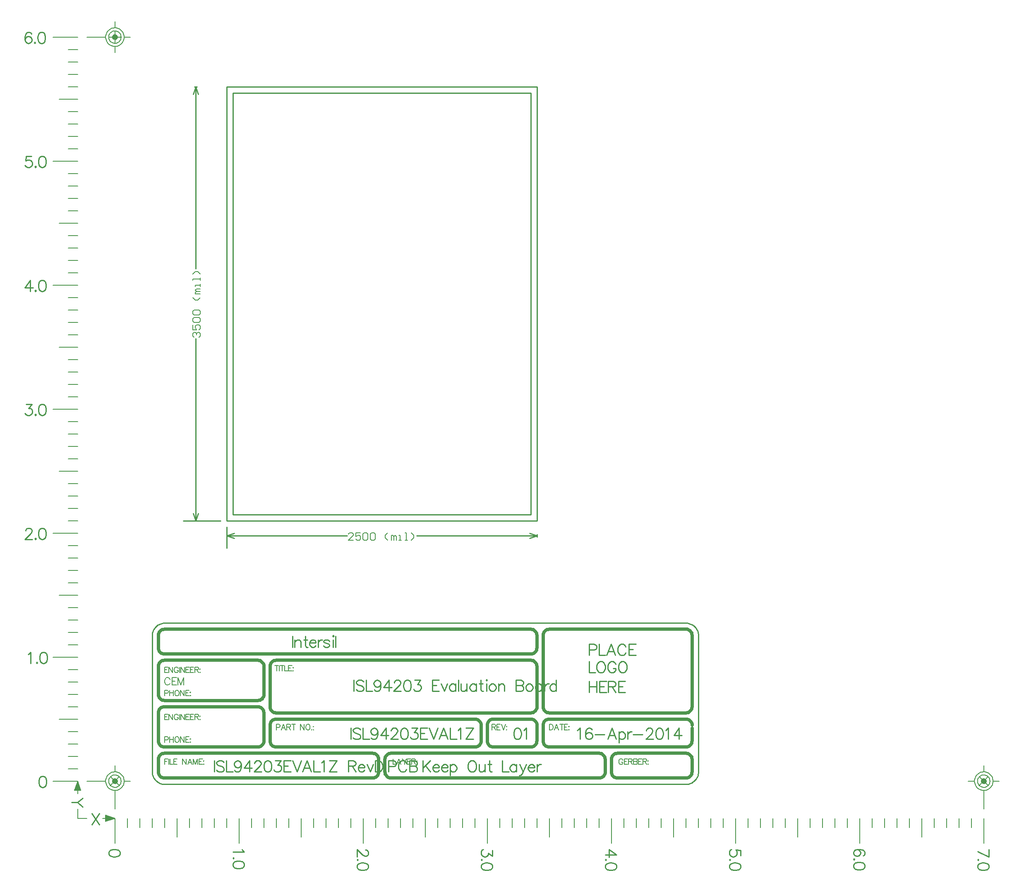
<source format=gko>
%FSLAX24Y24*%
%MOIN*%
G70*
G01*
G75*
%ADD10C,0.0100*%
%ADD11C,0.0080*%
%ADD12R,0.0217X0.0197*%
%ADD13R,0.0390X0.0270*%
%ADD14R,0.0400X0.0400*%
%ADD15R,0.0236X0.0315*%
%ADD16R,0.0079X0.0374*%
%ADD17R,0.0360X0.0360*%
%ADD18R,0.0500X0.0360*%
%ADD19R,0.0315X0.0236*%
%ADD20R,0.0394X0.0394*%
%ADD21R,0.3500X0.4500*%
%ADD22R,0.0700X0.0820*%
%ADD23R,0.1500X0.0820*%
%ADD24R,0.0197X0.0217*%
%ADD25R,0.1299X0.0512*%
%ADD26R,0.2000X0.2000*%
%ADD27R,0.0600X0.0600*%
%ADD28R,0.0512X0.1299*%
%ADD29R,0.0315X0.0315*%
%ADD30R,0.0315X0.0315*%
%ADD31R,0.0236X0.0157*%
%ADD32R,0.1693X0.1693*%
%ADD33R,0.0374X0.0079*%
%ADD34C,0.0200*%
%ADD35C,0.0400*%
%ADD36C,0.0250*%
%ADD37C,0.0150*%
%ADD38C,0.0120*%
%ADD39C,0.0500*%
%ADD40C,0.0750*%
%ADD41C,0.0300*%
%ADD42C,0.0090*%
%ADD43R,0.1980X0.2640*%
%ADD44R,0.0510X0.0630*%
%ADD45C,0.0060*%
%ADD46C,0.0050*%
%ADD47O,0.0600X0.0800*%
%ADD48R,0.0600X0.0800*%
%ADD49C,0.0250*%
%ADD50C,0.0630*%
%ADD51R,0.1000X0.0650*%
%ADD52C,0.0800*%
%ADD53R,0.0800X0.0800*%
%ADD54C,0.0600*%
%ADD55R,0.0800X0.0650*%
%ADD56R,0.1500X0.1250*%
%ADD57P,0.0650X8X0*%
%ADD58R,0.1500X0.2500*%
%ADD59R,0.1000X0.1000*%
%ADD60R,0.1410X0.1510*%
%ADD61R,0.0850X0.1400*%
%ADD62R,0.0840X0.1280*%
%ADD63R,0.0900X0.1380*%
%ADD64R,0.0950X0.1280*%
%ADD65R,0.0990X0.1540*%
%ADD66R,0.0880X0.1740*%
%ADD67R,0.1440X0.1570*%
%ADD68R,0.0820X0.0700*%
%ADD69R,0.0157X0.0236*%
%ADD70R,0.0630X0.0472*%
%ADD71R,0.0600X0.0500*%
%ADD72R,0.0440X0.0410*%
%ADD73R,0.0640X0.0650*%
%ADD74R,0.1030X0.1500*%
%ADD75R,0.1020X0.1460*%
%ADD76R,0.0560X0.0450*%
%ADD77R,0.0610X0.0520*%
%ADD78R,0.1020X0.1470*%
%ADD79R,0.1030X0.1440*%
%ADD80R,0.1080X0.1500*%
%ADD81R,0.0590X0.0470*%
%ADD82R,0.0610X0.0500*%
%ADD83R,0.1320X0.1390*%
%ADD84R,0.1110X0.1540*%
%ADD85R,0.1430X0.1590*%
%ADD86C,0.0039*%
%ADD87C,0.0110*%
%ADD88C,0.0070*%
%ADD89C,0.0020*%
%ADD90C,0.0079*%
%ADD91C,0.0040*%
%ADD92R,0.0090X0.0690*%
%ADD93R,0.0380X0.0700*%
%ADD94R,0.0400X0.0690*%
%ADD95R,0.0380X0.0560*%
%ADD96R,0.0160X0.0100*%
%ADD97R,0.0290X0.0110*%
%ADD98R,0.0400X0.0780*%
%ADD99R,0.0100X0.0060*%
%ADD100R,0.0450X0.0100*%
%ADD101R,0.0070X0.0080*%
%ADD102R,0.0430X0.0060*%
%ADD103R,0.0280X0.0050*%
%ADD104R,0.0180X0.0100*%
%ADD105R,0.0060X0.0050*%
%ADD106R,0.0310X0.0140*%
%ADD107R,0.0070X0.0120*%
%ADD108R,0.0060X0.0060*%
%ADD109R,0.0180X0.0150*%
%ADD110R,0.0130X0.0060*%
%ADD111R,0.0100X0.0110*%
%ADD112R,0.0110X0.0120*%
%ADD113R,0.0050X0.0050*%
%ADD114R,0.0070X0.0070*%
%ADD115R,0.0120X0.0060*%
%ADD116R,0.0070X0.0630*%
%ADD117R,0.0090X0.0030*%
%ADD118R,0.0050X0.0030*%
%ADD119R,0.0120X0.0590*%
%ADD120R,0.0040X0.0510*%
%ADD121R,0.0070X0.0020*%
%ADD122R,0.0050X0.0040*%
%ADD123R,0.0060X0.0030*%
%ADD124R,0.0040X0.0450*%
%ADD125R,0.0040X0.0040*%
%ADD126R,0.0040X0.0410*%
%ADD127R,0.0050X0.0330*%
%ADD128R,0.0040X0.0180*%
%ADD129R,0.0050X0.0160*%
%ADD130R,0.0070X0.0050*%
%ADD131R,0.0080X0.0140*%
%ADD132R,0.0220X0.0090*%
%ADD133R,0.0060X0.0040*%
%ADD134R,0.0150X0.0350*%
%ADD135R,0.0030X0.0050*%
%ADD136R,0.0350X0.0100*%
%ADD137R,0.0220X0.0160*%
%ADD138R,0.0160X0.0070*%
%ADD139R,0.0140X0.0070*%
%ADD140R,0.0090X0.0070*%
%ADD141R,0.0580X0.0150*%
%ADD142R,0.0050X0.0100*%
%ADD143R,0.0250X0.0020*%
%ADD144R,0.0040X0.0030*%
%ADD145R,0.0060X0.0090*%
%ADD146R,0.0390X0.0730*%
%ADD147R,0.0080X0.0160*%
%ADD148R,0.0040X0.0050*%
%ADD149R,0.0040X0.0160*%
%ADD150R,0.0320X0.0160*%
%ADD151R,0.0350X0.0090*%
%ADD152R,0.0100X0.0090*%
%ADD153R,0.0590X0.0100*%
%ADD154R,0.0300X0.0050*%
%ADD155R,0.0120X0.0030*%
%ADD156R,0.0060X0.0280*%
%ADD157R,0.0050X0.0190*%
%ADD158R,0.0050X0.0020*%
%ADD159R,0.0340X0.0250*%
%ADD160R,0.0320X0.0330*%
%ADD161R,0.0100X0.0140*%
%ADD162R,0.0050X0.0120*%
%ADD163R,0.0050X0.0080*%
%ADD164R,0.0330X0.0060*%
%ADD165R,0.0210X0.0040*%
%ADD166R,0.0090X0.0050*%
%ADD167R,0.0100X0.0080*%
%ADD168R,0.0090X0.0100*%
%ADD169R,0.0020X0.0030*%
%ADD170R,0.0560X0.0130*%
%ADD171R,0.0380X0.0050*%
%ADD172R,0.0080X0.0280*%
%ADD173R,0.0050X0.0180*%
%ADD174R,0.0380X0.0710*%
%ADD175R,0.0300X0.0180*%
%ADD176R,0.0270X0.0030*%
%ADD177R,0.0190X0.0050*%
%ADD178R,0.0070X0.0140*%
%ADD179R,0.0270X0.0040*%
%ADD180R,0.0180X0.0050*%
%ADD181R,0.0060X0.0110*%
%ADD182R,0.0390X0.1040*%
%ADD183R,0.0210X0.0100*%
%ADD184R,0.0315X0.0787*%
%ADD185R,0.3600X0.0670*%
%ADD186R,0.0080X0.0120*%
%ADD187R,0.0787X0.0315*%
%ADD188R,0.4170X0.0870*%
%ADD189R,0.1100X0.5200*%
%ADD190R,0.0297X0.0277*%
%ADD191R,0.0470X0.0350*%
%ADD192R,0.0480X0.0480*%
%ADD193R,0.0316X0.0395*%
%ADD194R,0.0159X0.0454*%
%ADD195R,0.0440X0.0440*%
%ADD196R,0.0580X0.0440*%
%ADD197R,0.0395X0.0316*%
%ADD198R,0.0474X0.0474*%
%ADD199R,0.3580X0.4580*%
%ADD200R,0.0780X0.0900*%
%ADD201R,0.1580X0.0900*%
%ADD202R,0.0277X0.0297*%
%ADD203R,0.1379X0.0592*%
%ADD204R,0.2080X0.2080*%
%ADD205R,0.0680X0.0680*%
%ADD206R,0.0592X0.1379*%
%ADD207R,0.0395X0.0395*%
%ADD208R,0.0395X0.0395*%
%ADD209R,0.0316X0.0237*%
%ADD210R,0.1773X0.1773*%
%ADD211R,0.0454X0.0159*%
%ADD212O,0.0680X0.0880*%
%ADD213R,0.0680X0.0880*%
%ADD214C,0.0330*%
%ADD215C,0.0710*%
%ADD216R,0.1080X0.0730*%
%ADD217C,0.0880*%
%ADD218R,0.0880X0.0880*%
%ADD219C,0.0680*%
%ADD220R,0.0880X0.0730*%
%ADD221R,0.1580X0.1330*%
%ADD222P,0.0730X8X0*%
%ADD223R,0.1580X0.2580*%
%ADD224R,0.1080X0.1080*%
%ADD225R,0.4200X0.0830*%
%ADD226R,0.1040X0.5150*%
%ADD227R,0.0900X0.0780*%
%ADD228R,0.0237X0.0316*%
%ADD229R,0.0710X0.0552*%
%ADD230R,0.0680X0.0580*%
D10*
X81185Y70213D02*
Y104213D01*
X105185Y70213D02*
Y104213D01*
X81185Y70213D02*
X105185D01*
X81185Y104213D02*
X105185D01*
X75685Y61463D02*
X75587Y61458D01*
X75490Y61444D01*
X75395Y61420D01*
X75302Y61387D01*
X75214Y61345D01*
X75129Y61295D01*
X75051Y61236D01*
X74978Y61170D01*
X74912Y61098D01*
X74853Y61019D01*
X74803Y60935D01*
X74761Y60846D01*
X74728Y60753D01*
X74704Y60658D01*
X74690Y60561D01*
X74685Y60463D01*
Y49473D02*
X74690Y49375D01*
X74704Y49278D01*
X74727Y49183D01*
X74760Y49091D01*
X74802Y49002D01*
X74852Y48918D01*
X74909Y48838D01*
X74975Y48765D01*
X75047Y48699D01*
X75125Y48640D01*
X75208Y48588D01*
X75296Y48545D01*
X75388Y48511D01*
X75483Y48486D01*
X75580Y48470D01*
X75677Y48463D01*
X117685Y48463D02*
X117783Y48468D01*
X117880Y48482D01*
X117975Y48506D01*
X118068Y48539D01*
X118156Y48581D01*
X118241Y48632D01*
X118319Y48690D01*
X118392Y48756D01*
X118458Y48829D01*
X118516Y48908D01*
X118567Y48992D01*
X118609Y49080D01*
X118642Y49173D01*
X118666Y49268D01*
X118680Y49365D01*
X118685Y49463D01*
Y60463D02*
X118680Y60561D01*
X118666Y60658D01*
X118642Y60753D01*
X118609Y60846D01*
X118567Y60935D01*
X118516Y61019D01*
X118458Y61098D01*
X118392Y61170D01*
X118319Y61236D01*
X118241Y61295D01*
X118156Y61345D01*
X118068Y61387D01*
X117975Y61420D01*
X117880Y61444D01*
X117783Y61458D01*
X117685Y61463D01*
X80685Y104713D02*
X105685D01*
X77185Y69713D02*
X80185D01*
X80685Y67513D02*
Y69213D01*
X105685Y68413D02*
Y68613D01*
X80685Y68413D02*
Y68613D01*
X105085Y68313D02*
X105685Y68513D01*
X105085Y68713D02*
X105685Y68513D01*
X80685D02*
X81285Y68313D01*
X80685Y68513D02*
X81285Y68713D01*
X95994Y68513D02*
X105685D01*
X80685D02*
X90376D01*
X80685Y69713D02*
X105685D01*
Y104713D01*
X80685Y69713D02*
Y104713D01*
X75685Y48463D02*
X117685D01*
X75685Y61463D02*
X117685D01*
X118685Y49463D02*
Y60463D01*
X74685Y49463D02*
Y60463D01*
X78085Y104713D02*
X78285D01*
X78085Y69713D02*
X78285D01*
X78185Y104713D02*
X78385Y104113D01*
X77985D02*
X78185Y104713D01*
Y69713D02*
X78385Y70313D01*
X77985D02*
X78185Y69713D01*
Y90022D02*
Y104713D01*
Y69713D02*
Y84404D01*
D11*
X142185Y48713D02*
X142175Y48814D01*
X142145Y48910D01*
X142095Y48999D01*
X142030Y49075D01*
X141950Y49137D01*
X141859Y49182D01*
X141761Y49207D01*
X141660Y49212D01*
X141560Y49197D01*
X141465Y49162D01*
X141379Y49108D01*
X141306Y49039D01*
X141248Y48956D01*
X141208Y48863D01*
X141188Y48764D01*
Y48662D01*
X141208Y48563D01*
X141248Y48470D01*
X141306Y48387D01*
X141379Y48318D01*
X141465Y48264D01*
X141560Y48229D01*
X141660Y48214D01*
X141761Y48219D01*
X141859Y48244D01*
X141950Y48289D01*
X142030Y48351D01*
X142095Y48427D01*
X142145Y48516D01*
X142175Y48612D01*
X142185Y48713D01*
X142435D02*
X142428Y48813D01*
X142408Y48911D01*
X142376Y49006D01*
X142330Y49095D01*
X142274Y49178D01*
X142206Y49252D01*
X142130Y49317D01*
X142045Y49371D01*
X141955Y49413D01*
X141859Y49443D01*
X141760Y49459D01*
X141660Y49463D01*
X141560Y49453D01*
X141463Y49429D01*
X141369Y49393D01*
X141281Y49345D01*
X141201Y49286D01*
X141129Y49216D01*
X141067Y49137D01*
X141016Y49051D01*
X140977Y48959D01*
X140950Y48862D01*
X140937Y48763D01*
Y48663D01*
X140950Y48564D01*
X140977Y48467D01*
X141016Y48375D01*
X141067Y48289D01*
X141129Y48210D01*
X141201Y48140D01*
X141281Y48081D01*
X141369Y48033D01*
X141463Y47997D01*
X141560Y47973D01*
X141660Y47963D01*
X141760Y47967D01*
X141859Y47983D01*
X141955Y48013D01*
X142045Y48055D01*
X142130Y48109D01*
X142206Y48174D01*
X142274Y48248D01*
X142330Y48331D01*
X142376Y48420D01*
X142408Y48515D01*
X142428Y48613D01*
X142435Y48713D01*
X141710D02*
X141660D01*
X141710D01*
X141735D02*
X141660Y48756D01*
Y48670D01*
X141735Y48713D01*
X141885D02*
X141862Y48806D01*
X141799Y48878D01*
X141709Y48912D01*
X141614Y48900D01*
X141535Y48846D01*
X141491Y48761D01*
Y48665D01*
X141535Y48580D01*
X141614Y48526D01*
X141709Y48514D01*
X141799Y48548D01*
X141862Y48620D01*
X141885Y48713D01*
X141835D02*
X141800Y48809D01*
X141711Y48861D01*
X141610Y48843D01*
X141544Y48764D01*
Y48662D01*
X141610Y48583D01*
X141711Y48565D01*
X141800Y48617D01*
X141835Y48713D01*
X141785D02*
X141735Y48800D01*
X141635D01*
X141585Y48713D01*
X141635Y48626D01*
X141735D01*
X141785Y48713D01*
X72435Y108713D02*
X72428Y108813D01*
X72408Y108911D01*
X72375Y109006D01*
X72330Y109095D01*
X72274Y109178D01*
X72206Y109252D01*
X72130Y109317D01*
X72045Y109371D01*
X71955Y109413D01*
X71859Y109443D01*
X71760Y109459D01*
X71660Y109463D01*
X71560Y109453D01*
X71463Y109429D01*
X71369Y109393D01*
X71281Y109345D01*
X71201Y109286D01*
X71129Y109216D01*
X71067Y109138D01*
X71016Y109051D01*
X70976Y108959D01*
X70950Y108863D01*
X70937Y108763D01*
Y108663D01*
X70950Y108564D01*
X70976Y108467D01*
X71016Y108375D01*
X71067Y108289D01*
X71129Y108210D01*
X71201Y108140D01*
X71281Y108081D01*
X71369Y108033D01*
X71463Y107997D01*
X71560Y107974D01*
X71660Y107964D01*
X71760Y107967D01*
X71859Y107984D01*
X71955Y108013D01*
X72045Y108055D01*
X72130Y108109D01*
X72206Y108174D01*
X72274Y108248D01*
X72330Y108331D01*
X72375Y108420D01*
X72408Y108515D01*
X72428Y108613D01*
X72435Y108713D01*
X71710D02*
X71660D01*
X71710D01*
X71735D02*
X71660Y108756D01*
Y108670D01*
X71735Y108713D01*
X71785D02*
X71735Y108800D01*
X71635D01*
X71585Y108713D01*
X71635Y108627D01*
X71735D01*
X71785Y108713D01*
X71835D02*
X71800Y108810D01*
X71711Y108861D01*
X71610Y108843D01*
X71544Y108764D01*
Y108662D01*
X71610Y108583D01*
X71711Y108565D01*
X71800Y108617D01*
X71835Y108713D01*
X71885D02*
X71862Y108806D01*
X71799Y108878D01*
X71709Y108912D01*
X71614Y108900D01*
X71535Y108846D01*
X71491Y108761D01*
Y108665D01*
X71535Y108581D01*
X71614Y108526D01*
X71709Y108515D01*
X71799Y108549D01*
X71862Y108620D01*
X71885Y108713D01*
X72185D02*
X72175Y108814D01*
X72144Y108910D01*
X72095Y108999D01*
X72029Y109076D01*
X71949Y109137D01*
X71859Y109182D01*
X71761Y109207D01*
X71660Y109212D01*
X71560Y109197D01*
X71465Y109162D01*
X71379Y109109D01*
X71306Y109039D01*
X71248Y108956D01*
X71208Y108863D01*
X71188Y108764D01*
Y108663D01*
X71208Y108563D01*
X71248Y108470D01*
X71306Y108387D01*
X71379Y108318D01*
X71465Y108264D01*
X71560Y108229D01*
X71660Y108214D01*
X71761Y108219D01*
X71859Y108244D01*
X71949Y108289D01*
X72029Y108351D01*
X72095Y108427D01*
X72144Y108516D01*
X72175Y108612D01*
X72185Y108713D01*
X72185Y48713D02*
X72175Y48814D01*
X72145Y48910D01*
X72095Y48999D01*
X72030Y49075D01*
X71950Y49137D01*
X71859Y49182D01*
X71761Y49207D01*
X71660Y49212D01*
X71560Y49197D01*
X71465Y49162D01*
X71379Y49108D01*
X71306Y49039D01*
X71248Y48956D01*
X71208Y48863D01*
X71188Y48764D01*
Y48662D01*
X71208Y48563D01*
X71248Y48470D01*
X71306Y48387D01*
X71379Y48318D01*
X71465Y48264D01*
X71560Y48229D01*
X71660Y48214D01*
X71761Y48219D01*
X71859Y48244D01*
X71950Y48289D01*
X72030Y48351D01*
X72095Y48427D01*
X72145Y48516D01*
X72175Y48612D01*
X72185Y48713D01*
X72435D02*
X72428Y48813D01*
X72408Y48911D01*
X72376Y49006D01*
X72330Y49095D01*
X72274Y49178D01*
X72206Y49252D01*
X72130Y49317D01*
X72045Y49371D01*
X71955Y49413D01*
X71859Y49443D01*
X71760Y49459D01*
X71660Y49463D01*
X71560Y49453D01*
X71463Y49429D01*
X71369Y49393D01*
X71281Y49345D01*
X71201Y49286D01*
X71129Y49216D01*
X71067Y49137D01*
X71016Y49051D01*
X70977Y48959D01*
X70950Y48862D01*
X70937Y48763D01*
Y48663D01*
X70950Y48564D01*
X70977Y48467D01*
X71016Y48375D01*
X71067Y48289D01*
X71129Y48210D01*
X71201Y48140D01*
X71281Y48081D01*
X71369Y48033D01*
X71463Y47997D01*
X71560Y47973D01*
X71660Y47963D01*
X71760Y47967D01*
X71859Y47983D01*
X71955Y48013D01*
X72045Y48055D01*
X72130Y48109D01*
X72206Y48174D01*
X72274Y48248D01*
X72330Y48331D01*
X72376Y48420D01*
X72408Y48515D01*
X72428Y48613D01*
X72435Y48713D01*
X71710D02*
X71660D01*
X71710D01*
X71735D02*
X71660Y48756D01*
Y48670D01*
X71735Y48713D01*
X71885D02*
X71862Y48806D01*
X71799Y48878D01*
X71709Y48912D01*
X71614Y48900D01*
X71535Y48846D01*
X71491Y48761D01*
Y48665D01*
X71535Y48580D01*
X71614Y48526D01*
X71709Y48514D01*
X71799Y48548D01*
X71862Y48620D01*
X71885Y48713D01*
X71785D02*
X71735Y48800D01*
X71635D01*
X71585Y48713D01*
X71635Y48626D01*
X71735D01*
X71785Y48713D01*
X71835D02*
X71800Y48809D01*
X71711Y48861D01*
X71610Y48843D01*
X71544Y48764D01*
Y48662D01*
X71610Y48583D01*
X71711Y48565D01*
X71800Y48617D01*
X71835Y48713D01*
X72435D02*
X72935D01*
X69435D02*
X70935D01*
X68685Y45713D02*
X69435D01*
X68435Y47963D02*
X68935D01*
X68540Y48043D02*
X68830D01*
X68590Y48078D02*
X68780D01*
X68490Y48008D02*
X68880D01*
X68640Y48113D02*
X68730D01*
X70685Y45713D02*
X70935D01*
X66685Y48713D02*
X68685D01*
X67935Y49713D02*
X68685D01*
X67935Y50713D02*
X68685D01*
X67935Y51713D02*
X68685D01*
X67935Y52713D02*
X68685D01*
X67185Y53713D02*
X68685D01*
X67935Y54713D02*
X68685D01*
X67935Y55713D02*
X68685D01*
X67935Y56713D02*
X68685D01*
X67935Y57713D02*
X68685D01*
X66685Y58713D02*
X68685D01*
X67935Y59713D02*
X68685D01*
X67935Y60713D02*
X68685D01*
X67935Y61713D02*
X68685D01*
X67935Y62713D02*
X68685D01*
X67185Y63713D02*
X68685D01*
X67935Y64713D02*
X68685D01*
X67935Y65713D02*
X68685D01*
X67935Y66713D02*
X68685D01*
X67935Y67713D02*
X68685D01*
X66685Y68713D02*
X68685D01*
X67935Y69713D02*
X68685D01*
X67935Y70713D02*
X68685D01*
X67935Y71713D02*
X68685D01*
X67935Y72713D02*
X68685D01*
X67185Y73713D02*
X68685D01*
X67935Y74713D02*
X68685D01*
X67935Y75713D02*
X68685D01*
X67935Y76713D02*
X68685D01*
X67935Y77713D02*
X68685D01*
X66685Y78713D02*
X68685D01*
X67935Y79713D02*
X68685D01*
X67935Y80713D02*
X68685D01*
X67935Y81713D02*
X68685D01*
X67935Y82713D02*
X68685D01*
X67185Y83713D02*
X68685D01*
X67935Y84713D02*
X68685D01*
X67935Y85713D02*
X68685D01*
X67935Y86713D02*
X68685D01*
X67935Y87713D02*
X68685D01*
X66685Y88713D02*
X68685D01*
X67935Y89713D02*
X68685D01*
X67935Y90713D02*
X68685D01*
X67935Y91713D02*
X68685D01*
X67935Y92713D02*
X68685D01*
X67185Y93713D02*
X68685D01*
X67935Y94713D02*
X68685D01*
X67935Y95713D02*
X68685D01*
X67935Y96713D02*
X68685D01*
X67935Y97713D02*
X68685D01*
X66685Y98713D02*
X68685D01*
X67935Y99713D02*
X68685D01*
X67935Y100713D02*
X68685D01*
X67935Y101713D02*
X68685D01*
X67935Y102713D02*
X68685D01*
X67185Y103713D02*
X68685D01*
X67935Y104713D02*
X68685D01*
X67935Y105713D02*
X68685D01*
X67935Y106713D02*
X68685D01*
X67935Y107713D02*
X68685D01*
X66685Y108713D02*
X68685D01*
X71685D02*
X72185D01*
X71185D02*
X71685D01*
X69435D02*
X70935D01*
X72435D02*
X72935D01*
X140435Y48713D02*
X140935D01*
X142435D02*
X142935D01*
X71685Y46463D02*
Y47963D01*
Y49463D02*
Y49963D01*
X68685Y45713D02*
Y46463D01*
X70935Y45463D02*
Y45963D01*
X71015Y45568D02*
Y45858D01*
X68685Y47713D02*
Y47963D01*
X71050Y45618D02*
Y45808D01*
X70980Y45518D02*
Y45908D01*
X71085Y45668D02*
Y45758D01*
X71685Y43713D02*
Y45713D01*
X72685Y44963D02*
Y45713D01*
X73685Y44963D02*
Y45713D01*
X74685Y44963D02*
Y45713D01*
X75685Y44963D02*
Y45713D01*
X76685Y44213D02*
Y45713D01*
X77685Y44963D02*
Y45713D01*
X78685Y44963D02*
Y45713D01*
X79685Y44963D02*
Y45713D01*
X80685Y44963D02*
Y45713D01*
X81685Y43713D02*
Y45713D01*
X82685Y44963D02*
Y45713D01*
X83685Y44963D02*
Y45713D01*
X84685Y44963D02*
Y45713D01*
X85685Y44963D02*
Y45713D01*
X86685Y44213D02*
Y45713D01*
X87685Y44963D02*
Y45713D01*
X88685Y44963D02*
Y45713D01*
X89685Y44963D02*
Y45713D01*
X90685Y44963D02*
Y45713D01*
X91685Y43713D02*
Y45713D01*
X92685Y44963D02*
Y45713D01*
X93685Y44963D02*
Y45713D01*
X94685Y44963D02*
Y45713D01*
X95685Y44963D02*
Y45713D01*
X96685Y44213D02*
Y45713D01*
X97685Y44963D02*
Y45713D01*
X98685Y44963D02*
Y45713D01*
X99685Y44963D02*
Y45713D01*
X100685Y44963D02*
Y45713D01*
X101685Y43713D02*
Y45713D01*
X102685Y44963D02*
Y45713D01*
X103685Y44963D02*
Y45713D01*
X104685Y44963D02*
Y45713D01*
X105685Y44963D02*
Y45713D01*
X106685Y44213D02*
Y45713D01*
X107685Y44963D02*
Y45713D01*
X108685Y44963D02*
Y45713D01*
X109685Y44963D02*
Y45713D01*
X110685Y44963D02*
Y45713D01*
X111685Y43713D02*
Y45713D01*
X112685Y44963D02*
Y45713D01*
X113685Y44963D02*
Y45713D01*
X114685Y44963D02*
Y45713D01*
X115685Y44963D02*
Y45713D01*
X116685Y44213D02*
Y45713D01*
X117685Y44963D02*
Y45713D01*
X118685Y44963D02*
Y45713D01*
X119685Y44963D02*
Y45713D01*
X120685Y44963D02*
Y45713D01*
X121685Y43713D02*
Y45713D01*
X122685Y44963D02*
Y45713D01*
X123685Y44963D02*
Y45713D01*
X124685Y44963D02*
Y45713D01*
X125685Y44963D02*
Y45713D01*
X126685Y44213D02*
Y45713D01*
X127685Y44963D02*
Y45713D01*
X128685Y44963D02*
Y45713D01*
X129685Y44963D02*
Y45713D01*
X130685Y44963D02*
Y45713D01*
X131685Y43713D02*
Y45713D01*
X132685Y44963D02*
Y45713D01*
X133685Y44963D02*
Y45713D01*
X134685Y44963D02*
Y45713D01*
X135685Y44963D02*
Y45713D01*
X136685Y44213D02*
Y45713D01*
X137685Y44963D02*
Y45713D01*
X138685Y44963D02*
Y45713D01*
X139685Y44963D02*
Y45713D01*
X140685Y44963D02*
Y45713D01*
X141685Y43713D02*
Y45713D01*
X71685Y108213D02*
Y108713D01*
Y109213D01*
Y109463D02*
Y109963D01*
Y107463D02*
Y107963D01*
X141685Y49463D02*
Y49963D01*
Y46463D02*
Y47963D01*
X71685Y48713D02*
X72035Y49063D01*
X71335Y48363D02*
X71685Y48713D01*
X141335Y48363D02*
X141685Y48713D01*
X142035Y49063D01*
X71685Y48713D02*
X72035Y48363D01*
X71335Y49063D02*
X71685Y48713D01*
X141685D02*
X142035Y48363D01*
X141335Y49063D02*
X141685Y48713D01*
X70935Y45463D02*
X71685Y45713D01*
X70935Y45963D02*
X71685Y45713D01*
X71015Y45858D02*
X71445Y45713D01*
X71015Y45568D02*
X71445Y45713D01*
X68685Y48713D02*
X68935Y47963D01*
X68435D02*
X68685Y48713D01*
X68540Y48043D02*
X68685Y48473D01*
X68830Y48043D01*
X68590Y48078D02*
X68685Y48358D01*
X68780Y48078D01*
X68490Y48008D02*
X68685Y48588D01*
X68880Y48008D01*
X68640Y48113D02*
X68685Y48243D01*
X68730Y48113D01*
X71050Y45808D02*
X71330Y45713D01*
X71050Y45618D02*
X71330Y45713D01*
X70980Y45908D02*
X71560Y45713D01*
X70980Y45518D02*
X71560Y45713D01*
X71085Y45758D02*
X71215Y45713D01*
X71085Y45668D02*
X71215Y45713D01*
X76113Y56920D02*
X76085Y56977D01*
X76028Y57034D01*
X75971Y57063D01*
X75856D01*
X75799Y57034D01*
X75742Y56977D01*
X75714Y56920D01*
X75685Y56834D01*
Y56692D01*
X75714Y56606D01*
X75742Y56549D01*
X75799Y56492D01*
X75856Y56463D01*
X75971D01*
X76028Y56492D01*
X76085Y56549D01*
X76113Y56606D01*
X76653Y57063D02*
X76282D01*
Y56463D01*
X76653D01*
X76282Y56777D02*
X76510D01*
X76753Y57063D02*
Y56463D01*
Y57063D02*
X76982Y56463D01*
X77210Y57063D02*
X76982Y56463D01*
X77210Y57063D02*
Y56463D01*
D36*
X118185Y53223D02*
X118176Y53319D01*
X118148Y53411D01*
X118102Y53495D01*
X118041Y53570D01*
X117967Y53631D01*
X117882Y53676D01*
X117791Y53704D01*
X117695Y53713D01*
X106685D02*
X106587Y53704D01*
X106494Y53675D01*
X106407Y53629D01*
X106331Y53567D01*
X106269Y53491D01*
X106223Y53404D01*
X106195Y53311D01*
X106185Y53213D01*
X117685Y54213D02*
X117782Y54223D01*
X117876Y54251D01*
X117963Y54297D01*
X118039Y54360D01*
X118101Y54435D01*
X118147Y54522D01*
X118175Y54616D01*
X118185Y54713D01*
X106185D02*
X106195Y54616D01*
X106223Y54522D01*
X106269Y54435D01*
X106331Y54360D01*
X106407Y54297D01*
X106494Y54251D01*
X106587Y54223D01*
X106685Y54213D01*
X118185Y60473D02*
X118175Y60571D01*
X118146Y60665D01*
X118099Y60751D01*
X118035Y60826D01*
X117958Y60886D01*
X117871Y60931D01*
X117776Y60956D01*
X117678Y60963D01*
X117685Y51463D02*
X117782Y51473D01*
X117876Y51501D01*
X117963Y51547D01*
X118039Y51610D01*
X118101Y51685D01*
X118147Y51772D01*
X118175Y51866D01*
X118185Y51963D01*
X118185Y50472D02*
X118174Y50568D01*
X118144Y50661D01*
X118098Y50746D01*
X118035Y50820D01*
X117960Y50881D01*
X117874Y50926D01*
X117781Y50954D01*
X117685Y50963D01*
Y48963D02*
X117782Y48973D01*
X117876Y49001D01*
X117963Y49047D01*
X118039Y49110D01*
X118101Y49185D01*
X118147Y49272D01*
X118175Y49366D01*
X118185Y49463D01*
X105185Y51463D02*
X105282Y51473D01*
X105376Y51501D01*
X105463Y51547D01*
X105539Y51610D01*
X105601Y51685D01*
X105647Y51772D01*
X105675Y51866D01*
X105685Y51963D01*
X106185Y51953D02*
X106195Y51856D01*
X106223Y51764D01*
X106269Y51678D01*
X106332Y51604D01*
X106407Y51543D01*
X106493Y51498D01*
X106587Y51471D01*
X106684Y51463D01*
X105685Y53223D02*
X105676Y53319D01*
X105648Y53411D01*
X105602Y53495D01*
X105541Y53570D01*
X105467Y53631D01*
X105382Y53676D01*
X105291Y53704D01*
X105195Y53713D01*
X75185Y49463D02*
X75194Y49367D01*
X75222Y49274D01*
X75267Y49188D01*
X75328Y49113D01*
X75403Y49050D01*
X75488Y49004D01*
X75580Y48974D01*
X75676Y48963D01*
X105194Y54213D02*
X105290Y54224D01*
X105382Y54254D01*
X105467Y54300D01*
X105542Y54363D01*
X105603Y54438D01*
X105648Y54524D01*
X105676Y54617D01*
X105685Y54713D01*
X75685Y50963D02*
X75587Y50954D01*
X75494Y50925D01*
X75407Y50879D01*
X75331Y50817D01*
X75269Y50741D01*
X75223Y50654D01*
X75195Y50561D01*
X75185Y50463D01*
X105685Y57963D02*
X105675Y58061D01*
X105647Y58154D01*
X105601Y58241D01*
X105539Y58317D01*
X105463Y58379D01*
X105376Y58425D01*
X105282Y58454D01*
X105185Y58463D01*
Y58963D02*
X105282Y58973D01*
X105376Y59001D01*
X105463Y59047D01*
X105539Y59110D01*
X105601Y59185D01*
X105647Y59272D01*
X105675Y59366D01*
X105685Y59463D01*
X106685Y60963D02*
X106587Y60954D01*
X106494Y60925D01*
X106407Y60879D01*
X106331Y60817D01*
X106269Y60741D01*
X106223Y60654D01*
X106195Y60561D01*
X106185Y60463D01*
X105685D02*
X105675Y60561D01*
X105647Y60654D01*
X105601Y60741D01*
X105539Y60817D01*
X105463Y60879D01*
X105376Y60925D01*
X105282Y60954D01*
X105185Y60963D01*
X75685D02*
X75587Y60954D01*
X75494Y60925D01*
X75407Y60879D01*
X75331Y60817D01*
X75269Y60741D01*
X75223Y60654D01*
X75195Y60561D01*
X75185Y60463D01*
Y59463D02*
X75195Y59366D01*
X75223Y59272D01*
X75269Y59185D01*
X75331Y59110D01*
X75407Y59047D01*
X75494Y59001D01*
X75587Y58973D01*
X75685Y58963D01*
Y58463D02*
X75587Y58454D01*
X75494Y58425D01*
X75407Y58379D01*
X75331Y58317D01*
X75269Y58241D01*
X75223Y58154D01*
X75195Y58061D01*
X75185Y57963D01*
Y55713D02*
X75195Y55616D01*
X75223Y55522D01*
X75269Y55435D01*
X75331Y55360D01*
X75407Y55297D01*
X75494Y55251D01*
X75587Y55223D01*
X75685Y55213D01*
Y54713D02*
X75587Y54704D01*
X75494Y54675D01*
X75407Y54629D01*
X75331Y54567D01*
X75269Y54491D01*
X75223Y54404D01*
X75195Y54311D01*
X75185Y54213D01*
Y51963D02*
X75194Y51867D01*
X75222Y51774D01*
X75267Y51688D01*
X75328Y51613D01*
X75403Y51550D01*
X75488Y51504D01*
X75580Y51474D01*
X75676Y51463D01*
X84685Y58463D02*
X84587Y58454D01*
X84494Y58425D01*
X84407Y58379D01*
X84331Y58317D01*
X84269Y58241D01*
X84223Y58154D01*
X84195Y58061D01*
X84185Y57963D01*
X84685Y53713D02*
X84587Y53704D01*
X84494Y53675D01*
X84407Y53629D01*
X84331Y53567D01*
X84269Y53491D01*
X84223Y53404D01*
X84195Y53311D01*
X84185Y53213D01*
X102165Y53713D02*
X102068Y53703D01*
X101975Y53674D01*
X101890Y53627D01*
X101817Y53564D01*
X101757Y53487D01*
X101715Y53399D01*
X101690Y53305D01*
X101686Y53208D01*
X101685Y51973D02*
X101695Y51875D01*
X101723Y51780D01*
X101769Y51693D01*
X101831Y51616D01*
X101907Y51552D01*
X101994Y51505D01*
X102088Y51475D01*
X102186Y51463D01*
X100695Y51463D02*
X100792Y51473D01*
X100884Y51501D01*
X100970Y51548D01*
X101044Y51610D01*
X101105Y51685D01*
X101150Y51772D01*
X101177Y51865D01*
X101185Y51962D01*
X101185Y53223D02*
X101176Y53319D01*
X101148Y53411D01*
X101102Y53495D01*
X101041Y53570D01*
X100967Y53631D01*
X100882Y53676D01*
X100791Y53704D01*
X100695Y53713D01*
X83195Y51463D02*
X83291Y51473D01*
X83382Y51500D01*
X83467Y51546D01*
X83541Y51607D01*
X83602Y51681D01*
X83648Y51766D01*
X83676Y51858D01*
X83685Y51953D01*
X84185D02*
X84194Y51858D01*
X84222Y51766D01*
X84268Y51681D01*
X84328Y51607D01*
X84403Y51546D01*
X84487Y51500D01*
X84579Y51473D01*
X84675Y51463D01*
X84185Y54703D02*
X84194Y54608D01*
X84222Y54516D01*
X84268Y54431D01*
X84328Y54357D01*
X84403Y54296D01*
X84487Y54250D01*
X84579Y54223D01*
X84675Y54213D01*
X83685Y54223D02*
X83675Y54321D01*
X83646Y54415D01*
X83599Y54501D01*
X83535Y54576D01*
X83458Y54636D01*
X83371Y54681D01*
X83276Y54706D01*
X83178Y54713D01*
X83205Y55213D02*
X83299Y55222D01*
X83389Y55250D01*
X83472Y55294D01*
X83544Y55354D01*
X83604Y55426D01*
X83648Y55509D01*
X83676Y55599D01*
X83685Y55693D01*
Y57973D02*
X83676Y58069D01*
X83648Y58161D01*
X83602Y58245D01*
X83541Y58320D01*
X83467Y58381D01*
X83382Y58426D01*
X83291Y58454D01*
X83195Y58463D01*
X112185Y50963D02*
X112087Y50954D01*
X111994Y50925D01*
X111907Y50879D01*
X111831Y50817D01*
X111769Y50741D01*
X111723Y50654D01*
X111695Y50561D01*
X111685Y50463D01*
Y49453D02*
X111695Y49356D01*
X111723Y49264D01*
X111769Y49178D01*
X111832Y49104D01*
X111907Y49043D01*
X111993Y48998D01*
X112087Y48971D01*
X112184Y48963D01*
X110697Y48963D02*
X110793Y48971D01*
X110887Y48999D01*
X110973Y49045D01*
X111047Y49107D01*
X111108Y49183D01*
X111152Y49269D01*
X111178Y49363D01*
X111185Y49460D01*
X111185Y50463D02*
X111175Y50561D01*
X111147Y50654D01*
X111101Y50741D01*
X111039Y50817D01*
X110963Y50879D01*
X110876Y50925D01*
X110782Y50954D01*
X110685Y50963D01*
X93435Y49463D02*
X93444Y49367D01*
X93472Y49274D01*
X93517Y49188D01*
X93578Y49113D01*
X93653Y49050D01*
X93738Y49004D01*
X93830Y48974D01*
X93926Y48963D01*
X93935Y50963D02*
X93837Y50954D01*
X93744Y50925D01*
X93657Y50879D01*
X93581Y50817D01*
X93519Y50741D01*
X93473Y50654D01*
X93445Y50561D01*
X93435Y50463D01*
X92447Y48963D02*
X92543Y48971D01*
X92637Y48999D01*
X92723Y49045D01*
X92797Y49107D01*
X92858Y49183D01*
X92902Y49269D01*
X92928Y49363D01*
X92935Y49460D01*
X92935Y50463D02*
X92925Y50561D01*
X92897Y50654D01*
X92851Y50741D01*
X92788Y50817D01*
X92713Y50879D01*
X92626Y50925D01*
X92532Y50954D01*
X92435Y50963D01*
X93935Y48963D02*
X110685D01*
X75685D02*
X92435D01*
X75685Y50963D02*
X92435D01*
X93935D02*
X110685D01*
X112185Y48963D02*
X117685D01*
X112185Y50963D02*
X117685D01*
X75685Y60963D02*
X105185D01*
X75685Y51463D02*
X83185D01*
X75685Y54713D02*
X83185D01*
X75685Y55213D02*
X83185D01*
X75685Y58463D02*
X83185D01*
X75685Y58963D02*
X105185D01*
X84685Y58463D02*
X105185D01*
X84685Y53713D02*
X100685D01*
X84685Y51463D02*
X100685D01*
X102185D02*
X105185D01*
X102185Y53713D02*
X105185D01*
X106685Y51463D02*
X117685D01*
X106685Y60963D02*
X117685D01*
X84685Y54213D02*
X105185D01*
X106685D02*
X117685D01*
X106685Y53713D02*
X117685D01*
X92935Y49463D02*
Y50463D01*
X93435Y49463D02*
Y50463D01*
X111185Y49463D02*
Y50463D01*
X111685Y49463D02*
Y50463D01*
X75185Y51963D02*
Y54213D01*
X83685Y51963D02*
Y54213D01*
X75185Y55713D02*
Y57963D01*
X83685Y55713D02*
Y57963D01*
X75185Y59463D02*
Y60463D01*
X105685Y59463D02*
Y60463D01*
Y54713D02*
Y57963D01*
X84185Y54713D02*
Y57963D01*
X101185Y51963D02*
Y53213D01*
X84185Y51963D02*
Y53213D01*
X101685Y51963D02*
Y53213D01*
X105685Y51963D02*
Y53213D01*
X118185Y49463D02*
Y50463D01*
Y51963D02*
Y52963D01*
X75185Y49463D02*
Y50463D01*
X106185Y54713D02*
Y60463D01*
X118185Y54713D02*
Y60463D01*
X106185Y51963D02*
Y53213D01*
D42*
X64949Y108984D02*
X64906Y109070D01*
X64778Y109113D01*
X64692D01*
X64563Y109070D01*
X64478Y108942D01*
X64435Y108727D01*
Y108513D01*
X64478Y108342D01*
X64563Y108256D01*
X64692Y108213D01*
X64735D01*
X64863Y108256D01*
X64949Y108342D01*
X64992Y108470D01*
Y108513D01*
X64949Y108642D01*
X64863Y108727D01*
X64735Y108770D01*
X64692D01*
X64563Y108727D01*
X64478Y108642D01*
X64435Y108513D01*
X65232Y108299D02*
X65189Y108256D01*
X65232Y108213D01*
X65275Y108256D01*
X65232Y108299D01*
X65729Y109113D02*
X65600Y109070D01*
X65515Y108942D01*
X65472Y108727D01*
Y108599D01*
X65515Y108385D01*
X65600Y108256D01*
X65729Y108213D01*
X65815D01*
X65943Y108256D01*
X66029Y108385D01*
X66072Y108599D01*
Y108727D01*
X66029Y108942D01*
X65943Y109070D01*
X65815Y109113D01*
X65729D01*
X64863Y89113D02*
X64435Y88513D01*
X65078D01*
X64863Y89113D02*
Y88213D01*
X65279Y88299D02*
X65236Y88256D01*
X65279Y88213D01*
X65322Y88256D01*
X65279Y88299D01*
X65776Y89113D02*
X65648Y89070D01*
X65562Y88942D01*
X65519Y88727D01*
Y88599D01*
X65562Y88385D01*
X65648Y88256D01*
X65776Y88213D01*
X65862D01*
X65990Y88256D01*
X66076Y88385D01*
X66119Y88599D01*
Y88727D01*
X66076Y88942D01*
X65990Y89070D01*
X65862Y89113D01*
X65776D01*
X64478Y68899D02*
Y68942D01*
X64521Y69027D01*
X64563Y69070D01*
X64649Y69113D01*
X64821D01*
X64906Y69070D01*
X64949Y69027D01*
X64992Y68942D01*
Y68856D01*
X64949Y68770D01*
X64863Y68642D01*
X64435Y68213D01*
X65035D01*
X65279Y68299D02*
X65236Y68256D01*
X65279Y68213D01*
X65322Y68256D01*
X65279Y68299D01*
X65776Y69113D02*
X65648Y69070D01*
X65562Y68942D01*
X65519Y68727D01*
Y68599D01*
X65562Y68385D01*
X65648Y68256D01*
X65776Y68213D01*
X65862D01*
X65990Y68256D01*
X66076Y68385D01*
X66119Y68599D01*
Y68727D01*
X66076Y68942D01*
X65990Y69070D01*
X65862Y69113D01*
X65776D01*
X65817Y49113D02*
X65688Y49070D01*
X65603Y48942D01*
X65560Y48727D01*
Y48599D01*
X65603Y48385D01*
X65688Y48256D01*
X65817Y48213D01*
X65903D01*
X66031Y48256D01*
X66117Y48385D01*
X66160Y48599D01*
Y48727D01*
X66117Y48942D01*
X66031Y49070D01*
X65903Y49113D01*
X65817D01*
X64685Y58942D02*
X64771Y58984D01*
X64899Y59113D01*
Y58213D01*
X65388Y58299D02*
X65345Y58256D01*
X65388Y58213D01*
X65431Y58256D01*
X65388Y58299D01*
X65885Y59113D02*
X65756Y59070D01*
X65670Y58942D01*
X65628Y58727D01*
Y58599D01*
X65670Y58385D01*
X65756Y58256D01*
X65885Y58213D01*
X65970D01*
X66099Y58256D01*
X66185Y58385D01*
X66227Y58599D01*
Y58727D01*
X66185Y58942D01*
X66099Y59070D01*
X65970Y59113D01*
X65885D01*
X64521Y79113D02*
X64992D01*
X64735Y78770D01*
X64863D01*
X64949Y78727D01*
X64992Y78684D01*
X65035Y78556D01*
Y78470D01*
X64992Y78342D01*
X64906Y78256D01*
X64778Y78213D01*
X64649D01*
X64521Y78256D01*
X64478Y78299D01*
X64435Y78385D01*
X65279Y78299D02*
X65236Y78256D01*
X65279Y78213D01*
X65322Y78256D01*
X65279Y78299D01*
X65776Y79113D02*
X65648Y79070D01*
X65562Y78942D01*
X65519Y78727D01*
Y78599D01*
X65562Y78385D01*
X65648Y78256D01*
X65776Y78213D01*
X65862D01*
X65990Y78256D01*
X66076Y78385D01*
X66119Y78599D01*
Y78727D01*
X66076Y78942D01*
X65990Y79070D01*
X65862Y79113D01*
X65776D01*
X64949Y99113D02*
X64521D01*
X64478Y98727D01*
X64521Y98770D01*
X64649Y98813D01*
X64778D01*
X64906Y98770D01*
X64992Y98684D01*
X65035Y98556D01*
Y98470D01*
X64992Y98342D01*
X64906Y98256D01*
X64778Y98213D01*
X64649D01*
X64521Y98256D01*
X64478Y98299D01*
X64435Y98385D01*
X65279Y98299D02*
X65236Y98256D01*
X65279Y98213D01*
X65322Y98256D01*
X65279Y98299D01*
X65776Y99113D02*
X65648Y99070D01*
X65562Y98942D01*
X65519Y98727D01*
Y98599D01*
X65562Y98385D01*
X65648Y98256D01*
X65776Y98213D01*
X65862D01*
X65990Y98256D01*
X66076Y98385D01*
X66119Y98599D01*
Y98727D01*
X66076Y98942D01*
X65990Y99070D01*
X65862Y99113D01*
X65776D01*
X142085Y42613D02*
X141185Y43042D01*
X142085Y43213D02*
Y42613D01*
X141271Y42369D02*
X141228Y42412D01*
X141185Y42369D01*
X141228Y42326D01*
X141271Y42369D01*
X142085Y41872D02*
X142042Y42001D01*
X141913Y42086D01*
X141699Y42129D01*
X141571D01*
X141356Y42086D01*
X141228Y42001D01*
X141185Y41872D01*
Y41786D01*
X141228Y41658D01*
X141356Y41572D01*
X141571Y41529D01*
X141699D01*
X141913Y41572D01*
X142042Y41658D01*
X142085Y41786D01*
Y41872D01*
X122085Y42699D02*
Y43127D01*
X121699Y43170D01*
X121742Y43127D01*
X121785Y42999D01*
Y42870D01*
X121742Y42742D01*
X121656Y42656D01*
X121528Y42613D01*
X121442D01*
X121313Y42656D01*
X121228Y42742D01*
X121185Y42870D01*
Y42999D01*
X121228Y43127D01*
X121271Y43170D01*
X121356Y43213D01*
X121271Y42369D02*
X121228Y42412D01*
X121185Y42369D01*
X121228Y42326D01*
X121271Y42369D01*
X122085Y41872D02*
X122042Y42001D01*
X121913Y42086D01*
X121699Y42129D01*
X121571D01*
X121356Y42086D01*
X121228Y42001D01*
X121185Y41872D01*
Y41786D01*
X121228Y41658D01*
X121356Y41572D01*
X121571Y41529D01*
X121699D01*
X121913Y41572D01*
X122042Y41658D01*
X122085Y41786D01*
Y41872D01*
X102085Y43127D02*
Y42656D01*
X101742Y42913D01*
Y42785D01*
X101699Y42699D01*
X101656Y42656D01*
X101528Y42613D01*
X101442D01*
X101313Y42656D01*
X101228Y42742D01*
X101185Y42870D01*
Y42999D01*
X101228Y43127D01*
X101271Y43170D01*
X101356Y43213D01*
X101271Y42369D02*
X101228Y42412D01*
X101185Y42369D01*
X101228Y42326D01*
X101271Y42369D01*
X102085Y41872D02*
X102042Y42001D01*
X101913Y42086D01*
X101699Y42129D01*
X101571D01*
X101356Y42086D01*
X101228Y42001D01*
X101185Y41872D01*
Y41786D01*
X101228Y41658D01*
X101356Y41572D01*
X101571Y41529D01*
X101699D01*
X101913Y41572D01*
X102042Y41658D01*
X102085Y41786D01*
Y41872D01*
X81913Y43213D02*
X81956Y43127D01*
X82085Y42999D01*
X81185D01*
X81271Y42510D02*
X81228Y42553D01*
X81185Y42510D01*
X81228Y42468D01*
X81271Y42510D01*
X82085Y42013D02*
X82042Y42142D01*
X81913Y42228D01*
X81699Y42270D01*
X81571D01*
X81356Y42228D01*
X81228Y42142D01*
X81185Y42013D01*
Y41928D01*
X81228Y41799D01*
X81356Y41713D01*
X81571Y41671D01*
X81699D01*
X81913Y41713D01*
X82042Y41799D01*
X82085Y41928D01*
Y42013D01*
X72085Y42956D02*
X72042Y43085D01*
X71913Y43170D01*
X71699Y43213D01*
X71571D01*
X71356Y43170D01*
X71228Y43085D01*
X71185Y42956D01*
Y42870D01*
X71228Y42742D01*
X71356Y42656D01*
X71571Y42613D01*
X71699D01*
X71913Y42656D01*
X72042Y42742D01*
X72085Y42870D01*
Y42956D01*
X91871Y43170D02*
X91913D01*
X91999Y43127D01*
X92042Y43085D01*
X92085Y42999D01*
Y42828D01*
X92042Y42742D01*
X91999Y42699D01*
X91913Y42656D01*
X91828D01*
X91742Y42699D01*
X91613Y42785D01*
X91185Y43213D01*
Y42613D01*
X91271Y42369D02*
X91228Y42412D01*
X91185Y42369D01*
X91228Y42326D01*
X91271Y42369D01*
X92085Y41872D02*
X92042Y42001D01*
X91913Y42086D01*
X91699Y42129D01*
X91571D01*
X91356Y42086D01*
X91228Y42001D01*
X91185Y41872D01*
Y41786D01*
X91228Y41658D01*
X91356Y41572D01*
X91571Y41529D01*
X91699D01*
X91913Y41572D01*
X92042Y41658D01*
X92085Y41786D01*
Y41872D01*
X112085Y42785D02*
X111485Y43213D01*
Y42570D01*
X112085Y42785D02*
X111185D01*
X111271Y42369D02*
X111228Y42412D01*
X111185Y42369D01*
X111228Y42326D01*
X111271Y42369D01*
X112085Y41872D02*
X112042Y42001D01*
X111913Y42086D01*
X111699Y42129D01*
X111571D01*
X111356Y42086D01*
X111228Y42001D01*
X111185Y41872D01*
Y41786D01*
X111228Y41658D01*
X111356Y41572D01*
X111571Y41529D01*
X111699D01*
X111913Y41572D01*
X112042Y41658D01*
X112085Y41786D01*
Y41872D01*
X131956Y42699D02*
X132042Y42742D01*
X132085Y42870D01*
Y42956D01*
X132042Y43085D01*
X131913Y43170D01*
X131699Y43213D01*
X131485D01*
X131313Y43170D01*
X131228Y43085D01*
X131185Y42956D01*
Y42913D01*
X131228Y42785D01*
X131313Y42699D01*
X131442Y42656D01*
X131485D01*
X131613Y42699D01*
X131699Y42785D01*
X131742Y42913D01*
Y42956D01*
X131699Y43085D01*
X131613Y43170D01*
X131485Y43213D01*
X131271Y42416D02*
X131228Y42459D01*
X131185Y42416D01*
X131228Y42373D01*
X131271Y42416D01*
X132085Y41919D02*
X132042Y42048D01*
X131913Y42133D01*
X131699Y42176D01*
X131571D01*
X131356Y42133D01*
X131228Y42048D01*
X131185Y41919D01*
Y41833D01*
X131228Y41705D01*
X131356Y41619D01*
X131571Y41576D01*
X131699D01*
X131913Y41619D01*
X132042Y41705D01*
X132085Y41833D01*
Y41919D01*
X69810Y46113D02*
X70410Y45213D01*
Y46113D02*
X69810Y45213D01*
X69085Y47338D02*
X68656Y46995D01*
X68185D01*
X69085Y46653D02*
X68656Y46995D01*
X108935Y52817D02*
X109021Y52859D01*
X109149Y52988D01*
Y52088D01*
X110109Y52859D02*
X110066Y52945D01*
X109938Y52988D01*
X109852D01*
X109723Y52945D01*
X109638Y52817D01*
X109595Y52602D01*
Y52388D01*
X109638Y52217D01*
X109723Y52131D01*
X109852Y52088D01*
X109895D01*
X110023Y52131D01*
X110109Y52217D01*
X110152Y52345D01*
Y52388D01*
X110109Y52517D01*
X110023Y52602D01*
X109895Y52645D01*
X109852D01*
X109723Y52602D01*
X109638Y52517D01*
X109595Y52388D01*
X110349Y52474D02*
X111120D01*
X112071Y52088D02*
X111729Y52988D01*
X111386Y52088D01*
X111514Y52388D02*
X111943D01*
X112281Y52688D02*
Y51788D01*
Y52559D02*
X112367Y52645D01*
X112453Y52688D01*
X112581D01*
X112667Y52645D01*
X112753Y52559D01*
X112796Y52431D01*
Y52345D01*
X112753Y52217D01*
X112667Y52131D01*
X112581Y52088D01*
X112453D01*
X112367Y52131D01*
X112281Y52217D01*
X112988Y52688D02*
Y52088D01*
Y52431D02*
X113031Y52559D01*
X113117Y52645D01*
X113203Y52688D01*
X113331D01*
X113413Y52474D02*
X114184D01*
X114492Y52774D02*
Y52817D01*
X114535Y52902D01*
X114578Y52945D01*
X114664Y52988D01*
X114835D01*
X114921Y52945D01*
X114964Y52902D01*
X115007Y52817D01*
Y52731D01*
X114964Y52645D01*
X114878Y52517D01*
X114449Y52088D01*
X115049D01*
X115508Y52988D02*
X115379Y52945D01*
X115294Y52817D01*
X115251Y52602D01*
Y52474D01*
X115294Y52260D01*
X115379Y52131D01*
X115508Y52088D01*
X115594D01*
X115722Y52131D01*
X115808Y52260D01*
X115851Y52474D01*
Y52602D01*
X115808Y52817D01*
X115722Y52945D01*
X115594Y52988D01*
X115508D01*
X116052Y52817D02*
X116138Y52859D01*
X116266Y52988D01*
Y52088D01*
X117140Y52988D02*
X116712Y52388D01*
X117355D01*
X117140Y52988D02*
Y52088D01*
X109885Y56763D02*
Y55863D01*
X110485Y56763D02*
Y55863D01*
X109885Y56334D02*
X110485D01*
X111290Y56763D02*
X110733D01*
Y55863D01*
X111290D01*
X110733Y56334D02*
X111076D01*
X111440Y56763D02*
Y55863D01*
Y56763D02*
X111826D01*
X111955Y56720D01*
X111997Y56677D01*
X112040Y56592D01*
Y56506D01*
X111997Y56420D01*
X111955Y56377D01*
X111826Y56334D01*
X111440D01*
X111740D02*
X112040Y55863D01*
X112799Y56763D02*
X112242D01*
Y55863D01*
X112799D01*
X112242Y56334D02*
X112584D01*
X109885Y58363D02*
Y57463D01*
X110399D01*
X110755Y58363D02*
X110669Y58320D01*
X110583Y58234D01*
X110541Y58149D01*
X110498Y58020D01*
Y57806D01*
X110541Y57677D01*
X110583Y57592D01*
X110669Y57506D01*
X110755Y57463D01*
X110926D01*
X111012Y57506D01*
X111098Y57592D01*
X111140Y57677D01*
X111183Y57806D01*
Y58020D01*
X111140Y58149D01*
X111098Y58234D01*
X111012Y58320D01*
X110926Y58363D01*
X110755D01*
X112036Y58149D02*
X111993Y58234D01*
X111907Y58320D01*
X111822Y58363D01*
X111650D01*
X111565Y58320D01*
X111479Y58234D01*
X111436Y58149D01*
X111393Y58020D01*
Y57806D01*
X111436Y57677D01*
X111479Y57592D01*
X111565Y57506D01*
X111650Y57463D01*
X111822D01*
X111907Y57506D01*
X111993Y57592D01*
X112036Y57677D01*
Y57806D01*
X111822D02*
X112036D01*
X112499Y58363D02*
X112413Y58320D01*
X112327Y58234D01*
X112284Y58149D01*
X112242Y58020D01*
Y57806D01*
X112284Y57677D01*
X112327Y57592D01*
X112413Y57506D01*
X112499Y57463D01*
X112670D01*
X112756Y57506D01*
X112841Y57592D01*
X112884Y57677D01*
X112927Y57806D01*
Y58020D01*
X112884Y58149D01*
X112841Y58234D01*
X112756Y58320D01*
X112670Y58363D01*
X112499D01*
X109885Y59292D02*
X110271D01*
X110399Y59334D01*
X110442Y59377D01*
X110485Y59463D01*
Y59592D01*
X110442Y59677D01*
X110399Y59720D01*
X110271Y59763D01*
X109885D01*
Y58863D01*
X110686Y59763D02*
Y58863D01*
X111200D01*
X111985D02*
X111642Y59763D01*
X111299Y58863D01*
X111427Y59163D02*
X111856D01*
X112837Y59549D02*
X112794Y59634D01*
X112709Y59720D01*
X112623Y59763D01*
X112452D01*
X112366Y59720D01*
X112280Y59634D01*
X112237Y59549D01*
X112194Y59420D01*
Y59206D01*
X112237Y59077D01*
X112280Y58992D01*
X112366Y58906D01*
X112452Y58863D01*
X112623D01*
X112709Y58906D01*
X112794Y58992D01*
X112837Y59077D01*
X113647Y59763D02*
X113090D01*
Y58863D01*
X113647D01*
X113090Y59334D02*
X113433D01*
X104067Y52988D02*
X103938Y52945D01*
X103853Y52817D01*
X103810Y52602D01*
Y52474D01*
X103853Y52260D01*
X103938Y52131D01*
X104067Y52088D01*
X104153D01*
X104281Y52131D01*
X104367Y52260D01*
X104410Y52474D01*
Y52602D01*
X104367Y52817D01*
X104281Y52945D01*
X104153Y52988D01*
X104067D01*
X104611Y52817D02*
X104697Y52859D01*
X104825Y52988D01*
Y52088D01*
X96485Y50363D02*
Y49463D01*
X97085Y50363D02*
X96485Y49763D01*
X96699Y49977D02*
X97085Y49463D01*
X97286Y49806D02*
X97800D01*
Y49892D01*
X97758Y49977D01*
X97715Y50020D01*
X97629Y50063D01*
X97500D01*
X97415Y50020D01*
X97329Y49934D01*
X97286Y49806D01*
Y49720D01*
X97329Y49592D01*
X97415Y49506D01*
X97500Y49463D01*
X97629D01*
X97715Y49506D01*
X97800Y49592D01*
X97993Y49806D02*
X98507D01*
Y49892D01*
X98465Y49977D01*
X98422Y50020D01*
X98336Y50063D01*
X98207D01*
X98122Y50020D01*
X98036Y49934D01*
X97993Y49806D01*
Y49720D01*
X98036Y49592D01*
X98122Y49506D01*
X98207Y49463D01*
X98336D01*
X98422Y49506D01*
X98507Y49592D01*
X98700Y50063D02*
Y49163D01*
Y49934D02*
X98786Y50020D01*
X98872Y50063D01*
X99000D01*
X99086Y50020D01*
X99172Y49934D01*
X99214Y49806D01*
Y49720D01*
X99172Y49592D01*
X99086Y49506D01*
X99000Y49463D01*
X98872D01*
X98786Y49506D01*
X98700Y49592D01*
X100371Y50363D02*
X100286Y50320D01*
X100200Y50234D01*
X100157Y50149D01*
X100114Y50020D01*
Y49806D01*
X100157Y49677D01*
X100200Y49592D01*
X100286Y49506D01*
X100371Y49463D01*
X100543D01*
X100628Y49506D01*
X100714Y49592D01*
X100757Y49677D01*
X100800Y49806D01*
Y50020D01*
X100757Y50149D01*
X100714Y50234D01*
X100628Y50320D01*
X100543Y50363D01*
X100371D01*
X101010Y50063D02*
Y49635D01*
X101053Y49506D01*
X101138Y49463D01*
X101267D01*
X101352Y49506D01*
X101481Y49635D01*
Y50063D02*
Y49463D01*
X101845Y50363D02*
Y49635D01*
X101888Y49506D01*
X101974Y49463D01*
X102059D01*
X101717Y50063D02*
X102017D01*
X102895Y50363D02*
Y49463D01*
X103409D01*
X104022Y50063D02*
Y49463D01*
Y49934D02*
X103936Y50020D01*
X103851Y50063D01*
X103722D01*
X103636Y50020D01*
X103551Y49934D01*
X103508Y49806D01*
Y49720D01*
X103551Y49592D01*
X103636Y49506D01*
X103722Y49463D01*
X103851D01*
X103936Y49506D01*
X104022Y49592D01*
X104305Y50063D02*
X104562Y49463D01*
X104819Y50063D02*
X104562Y49463D01*
X104476Y49292D01*
X104390Y49206D01*
X104305Y49163D01*
X104262D01*
X104969Y49806D02*
X105483D01*
Y49892D01*
X105440Y49977D01*
X105397Y50020D01*
X105312Y50063D01*
X105183D01*
X105097Y50020D01*
X105012Y49934D01*
X104969Y49806D01*
Y49720D01*
X105012Y49592D01*
X105097Y49506D01*
X105183Y49463D01*
X105312D01*
X105397Y49506D01*
X105483Y49592D01*
X105676Y50063D02*
Y49463D01*
Y49806D02*
X105719Y49934D01*
X105804Y50020D01*
X105890Y50063D01*
X106019D01*
X79685Y50363D02*
Y49463D01*
X80473Y50234D02*
X80388Y50320D01*
X80259Y50363D01*
X80088D01*
X79959Y50320D01*
X79873Y50234D01*
Y50149D01*
X79916Y50063D01*
X79959Y50020D01*
X80045Y49977D01*
X80302Y49892D01*
X80388Y49849D01*
X80430Y49806D01*
X80473Y49720D01*
Y49592D01*
X80388Y49506D01*
X80259Y49463D01*
X80088D01*
X79959Y49506D01*
X79873Y49592D01*
X80675Y50363D02*
Y49463D01*
X81189D01*
X81844Y50063D02*
X81802Y49934D01*
X81716Y49849D01*
X81587Y49806D01*
X81545D01*
X81416Y49849D01*
X81330Y49934D01*
X81287Y50063D01*
Y50106D01*
X81330Y50234D01*
X81416Y50320D01*
X81545Y50363D01*
X81587D01*
X81716Y50320D01*
X81802Y50234D01*
X81844Y50063D01*
Y49849D01*
X81802Y49635D01*
X81716Y49506D01*
X81587Y49463D01*
X81502D01*
X81373Y49506D01*
X81330Y49592D01*
X82517Y50363D02*
X82089Y49763D01*
X82731D01*
X82517Y50363D02*
Y49463D01*
X82933Y50149D02*
Y50192D01*
X82976Y50277D01*
X83019Y50320D01*
X83104Y50363D01*
X83276D01*
X83361Y50320D01*
X83404Y50277D01*
X83447Y50192D01*
Y50106D01*
X83404Y50020D01*
X83318Y49892D01*
X82890Y49463D01*
X83490D01*
X83948Y50363D02*
X83820Y50320D01*
X83734Y50192D01*
X83691Y49977D01*
Y49849D01*
X83734Y49635D01*
X83820Y49506D01*
X83948Y49463D01*
X84034D01*
X84163Y49506D01*
X84248Y49635D01*
X84291Y49849D01*
Y49977D01*
X84248Y50192D01*
X84163Y50320D01*
X84034Y50363D01*
X83948D01*
X84578D02*
X85050D01*
X84792Y50020D01*
X84921D01*
X85007Y49977D01*
X85050Y49934D01*
X85092Y49806D01*
Y49720D01*
X85050Y49592D01*
X84964Y49506D01*
X84835Y49463D01*
X84707D01*
X84578Y49506D01*
X84535Y49549D01*
X84492Y49635D01*
X85851Y50363D02*
X85294D01*
Y49463D01*
X85851D01*
X85294Y49934D02*
X85637D01*
X86001Y50363D02*
X86344Y49463D01*
X86686Y50363D02*
X86344Y49463D01*
X87488D02*
X87145Y50363D01*
X86802Y49463D01*
X86931Y49763D02*
X87359D01*
X87698Y50363D02*
Y49463D01*
X88212D01*
X88310Y50192D02*
X88396Y50234D01*
X88524Y50363D01*
Y49463D01*
X89570Y50363D02*
X88970Y49463D01*
Y50363D02*
X89570D01*
X88970Y49463D02*
X89570D01*
X90478Y50363D02*
Y49463D01*
Y50363D02*
X90864D01*
X90993Y50320D01*
X91035Y50277D01*
X91078Y50192D01*
Y50106D01*
X91035Y50020D01*
X90993Y49977D01*
X90864Y49934D01*
X90478D01*
X90778D02*
X91078Y49463D01*
X91280Y49806D02*
X91794D01*
Y49892D01*
X91751Y49977D01*
X91708Y50020D01*
X91622Y50063D01*
X91494D01*
X91408Y50020D01*
X91322Y49934D01*
X91280Y49806D01*
Y49720D01*
X91322Y49592D01*
X91408Y49506D01*
X91494Y49463D01*
X91622D01*
X91708Y49506D01*
X91794Y49592D01*
X91987Y50063D02*
X92244Y49463D01*
X92501Y50063D02*
X92244Y49463D01*
X92646Y50363D02*
Y49463D01*
Y50363D02*
X92946D01*
X93075Y50320D01*
X93161Y50234D01*
X93203Y50149D01*
X93246Y50020D01*
Y49806D01*
X93203Y49677D01*
X93161Y49592D01*
X93075Y49506D01*
X92946Y49463D01*
X92646D01*
X93491Y49549D02*
X93448Y49506D01*
X93491Y49463D01*
X93533Y49506D01*
X93491Y49549D01*
X93731Y49892D02*
X94116D01*
X94245Y49934D01*
X94288Y49977D01*
X94330Y50063D01*
Y50192D01*
X94288Y50277D01*
X94245Y50320D01*
X94116Y50363D01*
X93731D01*
Y49463D01*
X95174Y50149D02*
X95132Y50234D01*
X95046Y50320D01*
X94960Y50363D01*
X94789D01*
X94703Y50320D01*
X94617Y50234D01*
X94575Y50149D01*
X94532Y50020D01*
Y49806D01*
X94575Y49677D01*
X94617Y49592D01*
X94703Y49506D01*
X94789Y49463D01*
X94960D01*
X95046Y49506D01*
X95132Y49592D01*
X95174Y49677D01*
X95427Y50363D02*
Y49463D01*
Y50363D02*
X95813D01*
X95941Y50320D01*
X95984Y50277D01*
X96027Y50192D01*
Y50106D01*
X95984Y50020D01*
X95941Y49977D01*
X95813Y49934D01*
X95427D02*
X95813D01*
X95941Y49892D01*
X95984Y49849D01*
X96027Y49763D01*
Y49635D01*
X95984Y49549D01*
X95941Y49506D01*
X95813Y49463D01*
X95427D01*
X90935Y56863D02*
Y55963D01*
X91723Y56734D02*
X91638Y56820D01*
X91509Y56863D01*
X91338D01*
X91209Y56820D01*
X91123Y56734D01*
Y56649D01*
X91166Y56563D01*
X91209Y56520D01*
X91295Y56477D01*
X91552Y56392D01*
X91638Y56349D01*
X91680Y56306D01*
X91723Y56220D01*
Y56092D01*
X91638Y56006D01*
X91509Y55963D01*
X91338D01*
X91209Y56006D01*
X91123Y56092D01*
X91925Y56863D02*
Y55963D01*
X92439D01*
X93094Y56563D02*
X93052Y56434D01*
X92966Y56349D01*
X92837Y56306D01*
X92795D01*
X92666Y56349D01*
X92580Y56434D01*
X92537Y56563D01*
Y56606D01*
X92580Y56734D01*
X92666Y56820D01*
X92795Y56863D01*
X92837D01*
X92966Y56820D01*
X93052Y56734D01*
X93094Y56563D01*
Y56349D01*
X93052Y56135D01*
X92966Y56006D01*
X92837Y55963D01*
X92752D01*
X92623Y56006D01*
X92580Y56092D01*
X93767Y56863D02*
X93339Y56263D01*
X93981D01*
X93767Y56863D02*
Y55963D01*
X94183Y56649D02*
Y56692D01*
X94226Y56777D01*
X94269Y56820D01*
X94354Y56863D01*
X94526D01*
X94611Y56820D01*
X94654Y56777D01*
X94697Y56692D01*
Y56606D01*
X94654Y56520D01*
X94568Y56392D01*
X94140Y55963D01*
X94740D01*
X95198Y56863D02*
X95070Y56820D01*
X94984Y56692D01*
X94941Y56477D01*
Y56349D01*
X94984Y56135D01*
X95070Y56006D01*
X95198Y55963D01*
X95284D01*
X95413Y56006D01*
X95498Y56135D01*
X95541Y56349D01*
Y56477D01*
X95498Y56692D01*
X95413Y56820D01*
X95284Y56863D01*
X95198D01*
X95828D02*
X96300D01*
X96042Y56520D01*
X96171D01*
X96257Y56477D01*
X96300Y56434D01*
X96342Y56306D01*
Y56220D01*
X96300Y56092D01*
X96214Y56006D01*
X96085Y55963D01*
X95957D01*
X95828Y56006D01*
X95785Y56049D01*
X95742Y56135D01*
X97808Y56863D02*
X97251D01*
Y55963D01*
X97808D01*
X97251Y56434D02*
X97594D01*
X97958Y56563D02*
X98215Y55963D01*
X98472Y56563D02*
X98215Y55963D01*
X99132Y56563D02*
Y55963D01*
Y56434D02*
X99046Y56520D01*
X98960Y56563D01*
X98832D01*
X98746Y56520D01*
X98660Y56434D01*
X98618Y56306D01*
Y56220D01*
X98660Y56092D01*
X98746Y56006D01*
X98832Y55963D01*
X98960D01*
X99046Y56006D01*
X99132Y56092D01*
X99372Y56863D02*
Y55963D01*
X99560Y56563D02*
Y56135D01*
X99603Y56006D01*
X99689Y55963D01*
X99817D01*
X99903Y56006D01*
X100032Y56135D01*
Y56563D02*
Y55963D01*
X100781Y56563D02*
Y55963D01*
Y56434D02*
X100696Y56520D01*
X100610Y56563D01*
X100481D01*
X100396Y56520D01*
X100310Y56434D01*
X100267Y56306D01*
Y56220D01*
X100310Y56092D01*
X100396Y56006D01*
X100481Y55963D01*
X100610D01*
X100696Y56006D01*
X100781Y56092D01*
X101150Y56863D02*
Y56135D01*
X101193Y56006D01*
X101278Y55963D01*
X101364D01*
X101021Y56563D02*
X101321D01*
X101578Y56863D02*
X101621Y56820D01*
X101664Y56863D01*
X101621Y56906D01*
X101578Y56863D01*
X101621Y56563D02*
Y55963D01*
X102037Y56563D02*
X101951Y56520D01*
X101865Y56434D01*
X101823Y56306D01*
Y56220D01*
X101865Y56092D01*
X101951Y56006D01*
X102037Y55963D01*
X102165D01*
X102251Y56006D01*
X102337Y56092D01*
X102380Y56220D01*
Y56306D01*
X102337Y56434D01*
X102251Y56520D01*
X102165Y56563D01*
X102037D01*
X102577D02*
Y55963D01*
Y56392D02*
X102705Y56520D01*
X102791Y56563D01*
X102920D01*
X103005Y56520D01*
X103048Y56392D01*
Y55963D01*
X103991Y56863D02*
Y55963D01*
Y56863D02*
X104376D01*
X104505Y56820D01*
X104548Y56777D01*
X104591Y56692D01*
Y56606D01*
X104548Y56520D01*
X104505Y56477D01*
X104376Y56434D01*
X103991D02*
X104376D01*
X104505Y56392D01*
X104548Y56349D01*
X104591Y56263D01*
Y56135D01*
X104548Y56049D01*
X104505Y56006D01*
X104376Y55963D01*
X103991D01*
X105006Y56563D02*
X104921Y56520D01*
X104835Y56434D01*
X104792Y56306D01*
Y56220D01*
X104835Y56092D01*
X104921Y56006D01*
X105006Y55963D01*
X105135D01*
X105220Y56006D01*
X105306Y56092D01*
X105349Y56220D01*
Y56306D01*
X105306Y56434D01*
X105220Y56520D01*
X105135Y56563D01*
X105006D01*
X106060D02*
Y55963D01*
Y56434D02*
X105975Y56520D01*
X105889Y56563D01*
X105760D01*
X105675Y56520D01*
X105589Y56434D01*
X105546Y56306D01*
Y56220D01*
X105589Y56092D01*
X105675Y56006D01*
X105760Y55963D01*
X105889D01*
X105975Y56006D01*
X106060Y56092D01*
X106300Y56563D02*
Y55963D01*
Y56306D02*
X106343Y56434D01*
X106429Y56520D01*
X106514Y56563D01*
X106643D01*
X107239Y56863D02*
Y55963D01*
Y56434D02*
X107153Y56520D01*
X107067Y56563D01*
X106939D01*
X106853Y56520D01*
X106767Y56434D01*
X106724Y56306D01*
Y56220D01*
X106767Y56092D01*
X106853Y56006D01*
X106939Y55963D01*
X107067D01*
X107153Y56006D01*
X107239Y56092D01*
X85985Y60413D02*
Y59513D01*
X86173Y60113D02*
Y59513D01*
Y59942D02*
X86302Y60070D01*
X86388Y60113D01*
X86516D01*
X86602Y60070D01*
X86645Y59942D01*
Y59513D01*
X87009Y60413D02*
Y59685D01*
X87052Y59556D01*
X87138Y59513D01*
X87223D01*
X86880Y60113D02*
X87180D01*
X87352Y59856D02*
X87866D01*
Y59942D01*
X87823Y60027D01*
X87780Y60070D01*
X87695Y60113D01*
X87566D01*
X87480Y60070D01*
X87395Y59984D01*
X87352Y59856D01*
Y59770D01*
X87395Y59642D01*
X87480Y59556D01*
X87566Y59513D01*
X87695D01*
X87780Y59556D01*
X87866Y59642D01*
X88059Y60113D02*
Y59513D01*
Y59856D02*
X88102Y59984D01*
X88187Y60070D01*
X88273Y60113D01*
X88402D01*
X88954Y59984D02*
X88911Y60070D01*
X88783Y60113D01*
X88654D01*
X88526Y60070D01*
X88483Y59984D01*
X88526Y59899D01*
X88612Y59856D01*
X88826Y59813D01*
X88911Y59770D01*
X88954Y59685D01*
Y59642D01*
X88911Y59556D01*
X88783Y59513D01*
X88654D01*
X88526Y59556D01*
X88483Y59642D01*
X89229Y60413D02*
X89271Y60370D01*
X89314Y60413D01*
X89271Y60456D01*
X89229Y60413D01*
X89271Y60113D02*
Y59513D01*
X89473Y60413D02*
Y59513D01*
X90685Y52988D02*
Y52088D01*
X91473Y52859D02*
X91388Y52945D01*
X91259Y52988D01*
X91088D01*
X90959Y52945D01*
X90873Y52859D01*
Y52774D01*
X90916Y52688D01*
X90959Y52645D01*
X91045Y52602D01*
X91302Y52517D01*
X91388Y52474D01*
X91431Y52431D01*
X91473Y52345D01*
Y52217D01*
X91388Y52131D01*
X91259Y52088D01*
X91088D01*
X90959Y52131D01*
X90873Y52217D01*
X91675Y52988D02*
Y52088D01*
X92189D01*
X92844Y52688D02*
X92802Y52559D01*
X92716Y52474D01*
X92587Y52431D01*
X92545D01*
X92416Y52474D01*
X92330Y52559D01*
X92287Y52688D01*
Y52731D01*
X92330Y52859D01*
X92416Y52945D01*
X92545Y52988D01*
X92587D01*
X92716Y52945D01*
X92802Y52859D01*
X92844Y52688D01*
Y52474D01*
X92802Y52260D01*
X92716Y52131D01*
X92587Y52088D01*
X92502D01*
X92373Y52131D01*
X92330Y52217D01*
X93517Y52988D02*
X93089Y52388D01*
X93731D01*
X93517Y52988D02*
Y52088D01*
X93933Y52774D02*
Y52817D01*
X93976Y52902D01*
X94019Y52945D01*
X94104Y52988D01*
X94276D01*
X94361Y52945D01*
X94404Y52902D01*
X94447Y52817D01*
Y52731D01*
X94404Y52645D01*
X94318Y52517D01*
X93890Y52088D01*
X94490D01*
X94948Y52988D02*
X94820Y52945D01*
X94734Y52817D01*
X94691Y52602D01*
Y52474D01*
X94734Y52260D01*
X94820Y52131D01*
X94948Y52088D01*
X95034D01*
X95163Y52131D01*
X95248Y52260D01*
X95291Y52474D01*
Y52602D01*
X95248Y52817D01*
X95163Y52945D01*
X95034Y52988D01*
X94948D01*
X95578D02*
X96050D01*
X95792Y52645D01*
X95921D01*
X96007Y52602D01*
X96050Y52559D01*
X96092Y52431D01*
Y52345D01*
X96050Y52217D01*
X95964Y52131D01*
X95835Y52088D01*
X95707D01*
X95578Y52131D01*
X95535Y52174D01*
X95492Y52260D01*
X96851Y52988D02*
X96294D01*
Y52088D01*
X96851D01*
X96294Y52559D02*
X96637D01*
X97001Y52988D02*
X97344Y52088D01*
X97686Y52988D02*
X97344Y52088D01*
X98488D02*
X98145Y52988D01*
X97802Y52088D01*
X97931Y52388D02*
X98359D01*
X98698Y52988D02*
Y52088D01*
X99212D01*
X99310Y52817D02*
X99396Y52859D01*
X99524Y52988D01*
Y52088D01*
X100570Y52988D02*
X99970Y52088D01*
Y52988D02*
X100570D01*
X99970Y52088D02*
X100570D01*
D45*
X90876Y68153D02*
X90476D01*
X90876Y68553D01*
Y68653D01*
X90776Y68753D01*
X90576D01*
X90476Y68653D01*
X91475Y68753D02*
X91076D01*
Y68453D01*
X91276Y68553D01*
X91376D01*
X91475Y68453D01*
Y68253D01*
X91376Y68153D01*
X91176D01*
X91076Y68253D01*
X91675Y68653D02*
X91775Y68753D01*
X91975D01*
X92075Y68653D01*
Y68253D01*
X91975Y68153D01*
X91775D01*
X91675Y68253D01*
Y68653D01*
X92275D02*
X92375Y68753D01*
X92575D01*
X92675Y68653D01*
Y68253D01*
X92575Y68153D01*
X92375D01*
X92275Y68253D01*
Y68653D01*
X93675Y68153D02*
X93475Y68353D01*
Y68553D01*
X93675Y68753D01*
X93975Y68153D02*
Y68553D01*
X94075D01*
X94175Y68453D01*
Y68153D01*
Y68453D01*
X94275Y68553D01*
X94375Y68453D01*
Y68153D01*
X94574D02*
X94774D01*
X94674D01*
Y68553D01*
X94574D01*
X95074Y68153D02*
X95274D01*
X95174D01*
Y68753D01*
X95074D01*
X95574Y68153D02*
X95774Y68353D01*
Y68553D01*
X95574Y68753D01*
X78045Y84504D02*
X77945Y84604D01*
Y84804D01*
X78045Y84904D01*
X78145D01*
X78245Y84804D01*
Y84704D01*
Y84804D01*
X78345Y84904D01*
X78445D01*
X78545Y84804D01*
Y84604D01*
X78445Y84504D01*
X77945Y85504D02*
Y85104D01*
X78245D01*
X78145Y85304D01*
Y85404D01*
X78245Y85504D01*
X78445D01*
X78545Y85404D01*
Y85204D01*
X78445Y85104D01*
X78045Y85704D02*
X77945Y85804D01*
Y86004D01*
X78045Y86103D01*
X78445D01*
X78545Y86004D01*
Y85804D01*
X78445Y85704D01*
X78045D01*
Y86303D02*
X77945Y86403D01*
Y86603D01*
X78045Y86703D01*
X78445D01*
X78545Y86603D01*
Y86403D01*
X78445Y86303D01*
X78045D01*
X78545Y87703D02*
X78345Y87503D01*
X78145D01*
X77945Y87703D01*
X78545Y88003D02*
X78145D01*
Y88103D01*
X78245Y88203D01*
X78545D01*
X78245D01*
X78145Y88303D01*
X78245Y88403D01*
X78545D01*
Y88603D02*
Y88803D01*
Y88703D01*
X78145D01*
Y88603D01*
X78545Y89103D02*
Y89302D01*
Y89202D01*
X77945D01*
Y89103D01*
X78545Y89602D02*
X78345Y89802D01*
X78145D01*
X77945Y89602D01*
D46*
X106685Y53288D02*
Y52838D01*
Y53288D02*
X106835D01*
X106899Y53267D01*
X106942Y53224D01*
X106963Y53181D01*
X106985Y53117D01*
Y53010D01*
X106963Y52945D01*
X106942Y52902D01*
X106899Y52860D01*
X106835Y52838D01*
X106685D01*
X107428D02*
X107257Y53288D01*
X107086Y52838D01*
X107150Y52988D02*
X107364D01*
X107683Y53288D02*
Y52838D01*
X107533Y53288D02*
X107833D01*
X108165D02*
X107887D01*
Y52838D01*
X108165D01*
X107887Y53074D02*
X108058D01*
X108262Y53138D02*
X108240Y53117D01*
X108262Y53095D01*
X108283Y53117D01*
X108262Y53138D01*
Y52881D02*
X108240Y52860D01*
X108262Y52838D01*
X108283Y52860D01*
X108262Y52881D01*
X102060Y53288D02*
Y52838D01*
Y53288D02*
X102253D01*
X102317Y53267D01*
X102338Y53245D01*
X102360Y53202D01*
Y53159D01*
X102338Y53117D01*
X102317Y53095D01*
X102253Y53074D01*
X102060D01*
X102210D02*
X102360Y52838D01*
X102739Y53288D02*
X102461D01*
Y52838D01*
X102739D01*
X102461Y53074D02*
X102632D01*
X102814Y53288D02*
X102985Y52838D01*
X103157Y53288D02*
X102985Y52838D01*
X103236Y53138D02*
X103215Y53117D01*
X103236Y53095D01*
X103258Y53117D01*
X103236Y53138D01*
Y52881D02*
X103215Y52860D01*
X103236Y52838D01*
X103258Y52860D01*
X103236Y52881D01*
X75685Y55802D02*
X75878D01*
X75942Y55824D01*
X75963Y55845D01*
X75985Y55888D01*
Y55952D01*
X75963Y55995D01*
X75942Y56017D01*
X75878Y56038D01*
X75685D01*
Y55588D01*
X76086Y56038D02*
Y55588D01*
X76386Y56038D02*
Y55588D01*
X76086Y55824D02*
X76386D01*
X76638Y56038D02*
X76595Y56017D01*
X76553Y55974D01*
X76531Y55931D01*
X76510Y55867D01*
Y55760D01*
X76531Y55695D01*
X76553Y55652D01*
X76595Y55610D01*
X76638Y55588D01*
X76724D01*
X76767Y55610D01*
X76810Y55652D01*
X76831Y55695D01*
X76853Y55760D01*
Y55867D01*
X76831Y55931D01*
X76810Y55974D01*
X76767Y56017D01*
X76724Y56038D01*
X76638D01*
X76958D02*
Y55588D01*
Y56038D02*
X77257Y55588D01*
Y56038D02*
Y55588D01*
X77660Y56038D02*
X77382D01*
Y55588D01*
X77660D01*
X77382Y55824D02*
X77553D01*
X77757Y55888D02*
X77735Y55867D01*
X77757Y55845D01*
X77778Y55867D01*
X77757Y55888D01*
Y55631D02*
X77735Y55610D01*
X77757Y55588D01*
X77778Y55610D01*
X77757Y55631D01*
X75685Y52052D02*
X75878D01*
X75942Y52074D01*
X75963Y52095D01*
X75985Y52138D01*
Y52202D01*
X75963Y52245D01*
X75942Y52267D01*
X75878Y52288D01*
X75685D01*
Y51838D01*
X76086Y52288D02*
Y51838D01*
X76386Y52288D02*
Y51838D01*
X76086Y52074D02*
X76386D01*
X76638Y52288D02*
X76595Y52267D01*
X76553Y52224D01*
X76531Y52181D01*
X76510Y52117D01*
Y52010D01*
X76531Y51945D01*
X76553Y51902D01*
X76595Y51860D01*
X76638Y51838D01*
X76724D01*
X76767Y51860D01*
X76810Y51902D01*
X76831Y51945D01*
X76853Y52010D01*
Y52117D01*
X76831Y52181D01*
X76810Y52224D01*
X76767Y52267D01*
X76724Y52288D01*
X76638D01*
X76958D02*
Y51838D01*
Y52288D02*
X77257Y51838D01*
Y52288D02*
Y51838D01*
X77660Y52288D02*
X77382D01*
Y51838D01*
X77660D01*
X77382Y52074D02*
X77553D01*
X77757Y52138D02*
X77735Y52117D01*
X77757Y52095D01*
X77778Y52117D01*
X77757Y52138D01*
Y51881D02*
X77735Y51860D01*
X77757Y51838D01*
X77778Y51860D01*
X77757Y51881D01*
X94085Y50513D02*
Y50063D01*
X94342D01*
X94734D02*
X94563Y50513D01*
X94391Y50063D01*
X94456Y50213D02*
X94670D01*
X94839Y50513D02*
X95010Y50299D01*
Y50063D01*
X95182Y50513D02*
X95010Y50299D01*
X95518Y50513D02*
X95240D01*
Y50063D01*
X95518D01*
X95240Y50299D02*
X95411D01*
X95593Y50513D02*
Y50063D01*
Y50513D02*
X95786D01*
X95850Y50492D01*
X95872Y50470D01*
X95893Y50427D01*
Y50384D01*
X95872Y50342D01*
X95850Y50320D01*
X95786Y50299D01*
X95593D01*
X95743D02*
X95893Y50063D01*
X96015Y50363D02*
X95994Y50342D01*
X96015Y50320D01*
X96037Y50342D01*
X96015Y50363D01*
Y50106D02*
X95994Y50085D01*
X96015Y50063D01*
X96037Y50085D01*
X96015Y50106D01*
X75963Y57913D02*
X75685D01*
Y57463D01*
X75963D01*
X75685Y57699D02*
X75856D01*
X76038Y57913D02*
Y57463D01*
Y57913D02*
X76338Y57463D01*
Y57913D02*
Y57463D01*
X76784Y57806D02*
X76763Y57849D01*
X76720Y57892D01*
X76677Y57913D01*
X76591D01*
X76548Y57892D01*
X76505Y57849D01*
X76484Y57806D01*
X76463Y57742D01*
Y57635D01*
X76484Y57570D01*
X76505Y57527D01*
X76548Y57485D01*
X76591Y57463D01*
X76677D01*
X76720Y57485D01*
X76763Y57527D01*
X76784Y57570D01*
Y57635D01*
X76677D02*
X76784D01*
X76887Y57913D02*
Y57463D01*
X76981Y57913D02*
Y57463D01*
Y57913D02*
X77281Y57463D01*
Y57913D02*
Y57463D01*
X77684Y57913D02*
X77405D01*
Y57463D01*
X77684D01*
X77405Y57699D02*
X77577D01*
X78037Y57913D02*
X77759D01*
Y57463D01*
X78037D01*
X77759Y57699D02*
X77930D01*
X78112Y57913D02*
Y57463D01*
Y57913D02*
X78305D01*
X78369Y57892D01*
X78391Y57870D01*
X78412Y57827D01*
Y57784D01*
X78391Y57742D01*
X78369Y57720D01*
X78305Y57699D01*
X78112D01*
X78262D02*
X78412Y57463D01*
X78534Y57763D02*
X78513Y57742D01*
X78534Y57720D01*
X78556Y57742D01*
X78534Y57763D01*
Y57506D02*
X78513Y57485D01*
X78534Y57463D01*
X78556Y57485D01*
X78534Y57506D01*
X84685Y53052D02*
X84878D01*
X84942Y53074D01*
X84963Y53095D01*
X84985Y53138D01*
Y53202D01*
X84963Y53245D01*
X84942Y53267D01*
X84878Y53288D01*
X84685D01*
Y52838D01*
X85428D02*
X85257Y53288D01*
X85086Y52838D01*
X85150Y52988D02*
X85364D01*
X85533Y53288D02*
Y52838D01*
Y53288D02*
X85726D01*
X85790Y53267D01*
X85812Y53245D01*
X85833Y53202D01*
Y53159D01*
X85812Y53117D01*
X85790Y53095D01*
X85726Y53074D01*
X85533D01*
X85683D02*
X85833Y52838D01*
X86084Y53288D02*
Y52838D01*
X85934Y53288D02*
X86234D01*
X86641D02*
Y52838D01*
Y53288D02*
X86941Y52838D01*
Y53288D02*
Y52838D01*
X87194Y53288D02*
X87151Y53267D01*
X87108Y53224D01*
X87087Y53181D01*
X87065Y53117D01*
Y53010D01*
X87087Y52945D01*
X87108Y52902D01*
X87151Y52860D01*
X87194Y52838D01*
X87279D01*
X87322Y52860D01*
X87365Y52902D01*
X87387Y52945D01*
X87408Y53010D01*
Y53117D01*
X87387Y53181D01*
X87365Y53224D01*
X87322Y53267D01*
X87279Y53288D01*
X87194D01*
X87534Y52881D02*
X87513Y52860D01*
X87534Y52838D01*
X87556Y52860D01*
X87534Y52881D01*
X87676Y53138D02*
X87654Y53117D01*
X87676Y53095D01*
X87697Y53117D01*
X87676Y53138D01*
Y52881D02*
X87654Y52860D01*
X87676Y52838D01*
X87697Y52860D01*
X87676Y52881D01*
X84710Y58038D02*
Y57588D01*
X84560Y58038D02*
X84860D01*
X84913D02*
Y57588D01*
X85158Y58038D02*
Y57588D01*
X85008Y58038D02*
X85308D01*
X85361D02*
Y57588D01*
X85618D01*
X85946Y58038D02*
X85668D01*
Y57588D01*
X85946D01*
X85668Y57824D02*
X85839D01*
X86042Y57888D02*
X86021Y57867D01*
X86042Y57845D01*
X86064Y57867D01*
X86042Y57888D01*
Y57631D02*
X86021Y57610D01*
X86042Y57588D01*
X86064Y57610D01*
X86042Y57631D01*
X75963Y54113D02*
X75685D01*
Y53663D01*
X75963D01*
X75685Y53899D02*
X75856D01*
X76038Y54113D02*
Y53663D01*
Y54113D02*
X76338Y53663D01*
Y54113D02*
Y53663D01*
X76784Y54006D02*
X76763Y54049D01*
X76720Y54092D01*
X76677Y54113D01*
X76591D01*
X76548Y54092D01*
X76505Y54049D01*
X76484Y54006D01*
X76463Y53942D01*
Y53835D01*
X76484Y53770D01*
X76505Y53727D01*
X76548Y53685D01*
X76591Y53663D01*
X76677D01*
X76720Y53685D01*
X76763Y53727D01*
X76784Y53770D01*
Y53835D01*
X76677D02*
X76784D01*
X76887Y54113D02*
Y53663D01*
X76981Y54113D02*
Y53663D01*
Y54113D02*
X77281Y53663D01*
Y54113D02*
Y53663D01*
X77684Y54113D02*
X77405D01*
Y53663D01*
X77684D01*
X77405Y53899D02*
X77577D01*
X78037Y54113D02*
X77759D01*
Y53663D01*
X78037D01*
X77759Y53899D02*
X77930D01*
X78112Y54113D02*
Y53663D01*
Y54113D02*
X78305D01*
X78369Y54092D01*
X78391Y54070D01*
X78412Y54027D01*
Y53984D01*
X78391Y53942D01*
X78369Y53920D01*
X78305Y53899D01*
X78112D01*
X78262D02*
X78412Y53663D01*
X78534Y53963D02*
X78513Y53942D01*
X78534Y53920D01*
X78556Y53942D01*
X78534Y53963D01*
Y53706D02*
X78513Y53685D01*
X78534Y53663D01*
X78556Y53685D01*
X78534Y53706D01*
X75685Y50513D02*
Y50063D01*
Y50513D02*
X75963D01*
X75685Y50299D02*
X75856D01*
X76015Y50513D02*
Y50063D01*
X76109Y50513D02*
Y50063D01*
X76366D01*
X76694Y50513D02*
X76416D01*
Y50063D01*
X76694D01*
X76416Y50299D02*
X76587D01*
X77123Y50513D02*
Y50063D01*
Y50513D02*
X77422Y50063D01*
Y50513D02*
Y50063D01*
X77889D02*
X77718Y50513D01*
X77547Y50063D01*
X77611Y50213D02*
X77825D01*
X77994Y50513D02*
Y50063D01*
Y50513D02*
X78166Y50063D01*
X78337Y50513D02*
X78166Y50063D01*
X78337Y50513D02*
Y50063D01*
X78744Y50513D02*
X78466D01*
Y50063D01*
X78744D01*
X78466Y50299D02*
X78637D01*
X78841Y50363D02*
X78819Y50342D01*
X78841Y50320D01*
X78862Y50342D01*
X78841Y50363D01*
Y50106D02*
X78819Y50085D01*
X78841Y50063D01*
X78862Y50085D01*
X78841Y50106D01*
X112606Y50406D02*
X112585Y50449D01*
X112542Y50492D01*
X112499Y50513D01*
X112413D01*
X112371Y50492D01*
X112328Y50449D01*
X112306Y50406D01*
X112285Y50342D01*
Y50235D01*
X112306Y50170D01*
X112328Y50127D01*
X112371Y50085D01*
X112413Y50063D01*
X112499D01*
X112542Y50085D01*
X112585Y50127D01*
X112606Y50170D01*
Y50235D01*
X112499D02*
X112606D01*
X112988Y50513D02*
X112709D01*
Y50063D01*
X112988D01*
X112709Y50299D02*
X112881D01*
X113063Y50513D02*
Y50063D01*
Y50513D02*
X113255D01*
X113320Y50492D01*
X113341Y50470D01*
X113363Y50427D01*
Y50384D01*
X113341Y50342D01*
X113320Y50320D01*
X113255Y50299D01*
X113063D01*
X113213D02*
X113363Y50063D01*
X113463Y50513D02*
Y50063D01*
Y50513D02*
X113656D01*
X113720Y50492D01*
X113742Y50470D01*
X113763Y50427D01*
Y50384D01*
X113742Y50342D01*
X113720Y50320D01*
X113656Y50299D01*
X113463D02*
X113656D01*
X113720Y50277D01*
X113742Y50256D01*
X113763Y50213D01*
Y50149D01*
X113742Y50106D01*
X113720Y50085D01*
X113656Y50063D01*
X113463D01*
X114142Y50513D02*
X113864D01*
Y50063D01*
X114142D01*
X113864Y50299D02*
X114035D01*
X114217Y50513D02*
Y50063D01*
Y50513D02*
X114410D01*
X114474Y50492D01*
X114496Y50470D01*
X114517Y50427D01*
Y50384D01*
X114496Y50342D01*
X114474Y50320D01*
X114410Y50299D01*
X114217D01*
X114367D02*
X114517Y50063D01*
X114639Y50363D02*
X114618Y50342D01*
X114639Y50320D01*
X114661Y50342D01*
X114639Y50363D01*
Y50106D02*
X114618Y50085D01*
X114639Y50063D01*
X114661Y50085D01*
X114639Y50106D01*
M02*

</source>
